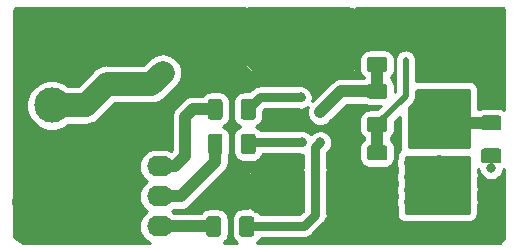
<source format=gbr>
G04 #@! TF.GenerationSoftware,KiCad,Pcbnew,5.1.2-f72e74a~84~ubuntu18.04.1*
G04 #@! TF.CreationDate,2020-01-10T04:29:40+01:00*
G04 #@! TF.ProjectId,BridgeElectrobot,42726964-6765-4456-9c65-6374726f626f,1.0*
G04 #@! TF.SameCoordinates,Original*
G04 #@! TF.FileFunction,Copper,L2,Bot*
G04 #@! TF.FilePolarity,Positive*
%FSLAX46Y46*%
G04 Gerber Fmt 4.6, Leading zero omitted, Abs format (unit mm)*
G04 Created by KiCad (PCBNEW 5.1.2-f72e74a~84~ubuntu18.04.1) date 2020-01-10 04:29:40*
%MOMM*%
%LPD*%
G04 APERTURE LIST*
%ADD10C,1.600000*%
%ADD11C,0.100000*%
%ADD12C,1.250000*%
%ADD13C,1.740000*%
%ADD14O,2.200000X1.740000*%
%ADD15C,3.000000*%
%ADD16R,3.000000X3.000000*%
%ADD17C,6.400000*%
%ADD18C,0.400000*%
%ADD19C,0.800000*%
%ADD20C,2.000000*%
%ADD21C,3.000000*%
%ADD22C,1.000000*%
%ADD23C,0.500000*%
%ADD24C,0.250000*%
%ADD25C,0.750000*%
%ADD26C,0.254000*%
G04 APERTURE END LIST*
D10*
X122936000Y-94051000D03*
X122936000Y-90551000D03*
D11*
G36*
X118886504Y-94372204D02*
G01*
X118910773Y-94375804D01*
X118934571Y-94381765D01*
X118957671Y-94390030D01*
X118979849Y-94400520D01*
X119000893Y-94413133D01*
X119020598Y-94427747D01*
X119038777Y-94444223D01*
X119055253Y-94462402D01*
X119069867Y-94482107D01*
X119082480Y-94503151D01*
X119092970Y-94525329D01*
X119101235Y-94548429D01*
X119107196Y-94572227D01*
X119110796Y-94596496D01*
X119112000Y-94621000D01*
X119112000Y-95371000D01*
X119110796Y-95395504D01*
X119107196Y-95419773D01*
X119101235Y-95443571D01*
X119092970Y-95466671D01*
X119082480Y-95488849D01*
X119069867Y-95509893D01*
X119055253Y-95529598D01*
X119038777Y-95547777D01*
X119020598Y-95564253D01*
X119000893Y-95578867D01*
X118979849Y-95591480D01*
X118957671Y-95601970D01*
X118934571Y-95610235D01*
X118910773Y-95616196D01*
X118886504Y-95619796D01*
X118862000Y-95621000D01*
X117612000Y-95621000D01*
X117587496Y-95619796D01*
X117563227Y-95616196D01*
X117539429Y-95610235D01*
X117516329Y-95601970D01*
X117494151Y-95591480D01*
X117473107Y-95578867D01*
X117453402Y-95564253D01*
X117435223Y-95547777D01*
X117418747Y-95529598D01*
X117404133Y-95509893D01*
X117391520Y-95488849D01*
X117381030Y-95466671D01*
X117372765Y-95443571D01*
X117366804Y-95419773D01*
X117363204Y-95395504D01*
X117362000Y-95371000D01*
X117362000Y-94621000D01*
X117363204Y-94596496D01*
X117366804Y-94572227D01*
X117372765Y-94548429D01*
X117381030Y-94525329D01*
X117391520Y-94503151D01*
X117404133Y-94482107D01*
X117418747Y-94462402D01*
X117435223Y-94444223D01*
X117453402Y-94427747D01*
X117473107Y-94413133D01*
X117494151Y-94400520D01*
X117516329Y-94390030D01*
X117539429Y-94381765D01*
X117563227Y-94375804D01*
X117587496Y-94372204D01*
X117612000Y-94371000D01*
X118862000Y-94371000D01*
X118886504Y-94372204D01*
X118886504Y-94372204D01*
G37*
D12*
X118237000Y-94996000D03*
D11*
G36*
X118886504Y-91572204D02*
G01*
X118910773Y-91575804D01*
X118934571Y-91581765D01*
X118957671Y-91590030D01*
X118979849Y-91600520D01*
X119000893Y-91613133D01*
X119020598Y-91627747D01*
X119038777Y-91644223D01*
X119055253Y-91662402D01*
X119069867Y-91682107D01*
X119082480Y-91703151D01*
X119092970Y-91725329D01*
X119101235Y-91748429D01*
X119107196Y-91772227D01*
X119110796Y-91796496D01*
X119112000Y-91821000D01*
X119112000Y-92571000D01*
X119110796Y-92595504D01*
X119107196Y-92619773D01*
X119101235Y-92643571D01*
X119092970Y-92666671D01*
X119082480Y-92688849D01*
X119069867Y-92709893D01*
X119055253Y-92729598D01*
X119038777Y-92747777D01*
X119020598Y-92764253D01*
X119000893Y-92778867D01*
X118979849Y-92791480D01*
X118957671Y-92801970D01*
X118934571Y-92810235D01*
X118910773Y-92816196D01*
X118886504Y-92819796D01*
X118862000Y-92821000D01*
X117612000Y-92821000D01*
X117587496Y-92819796D01*
X117563227Y-92816196D01*
X117539429Y-92810235D01*
X117516329Y-92801970D01*
X117494151Y-92791480D01*
X117473107Y-92778867D01*
X117453402Y-92764253D01*
X117435223Y-92747777D01*
X117418747Y-92729598D01*
X117404133Y-92709893D01*
X117391520Y-92688849D01*
X117381030Y-92666671D01*
X117372765Y-92643571D01*
X117366804Y-92619773D01*
X117363204Y-92595504D01*
X117362000Y-92571000D01*
X117362000Y-91821000D01*
X117363204Y-91796496D01*
X117366804Y-91772227D01*
X117372765Y-91748429D01*
X117381030Y-91725329D01*
X117391520Y-91703151D01*
X117404133Y-91682107D01*
X117418747Y-91662402D01*
X117435223Y-91644223D01*
X117453402Y-91627747D01*
X117473107Y-91613133D01*
X117494151Y-91600520D01*
X117516329Y-91590030D01*
X117539429Y-91581765D01*
X117563227Y-91575804D01*
X117587496Y-91572204D01*
X117612000Y-91571000D01*
X118862000Y-91571000D01*
X118886504Y-91572204D01*
X118886504Y-91572204D01*
G37*
D12*
X118237000Y-92196000D03*
D11*
G36*
X141746504Y-103014204D02*
G01*
X141770773Y-103017804D01*
X141794571Y-103023765D01*
X141817671Y-103032030D01*
X141839849Y-103042520D01*
X141860893Y-103055133D01*
X141880598Y-103069747D01*
X141898777Y-103086223D01*
X141915253Y-103104402D01*
X141929867Y-103124107D01*
X141942480Y-103145151D01*
X141952970Y-103167329D01*
X141961235Y-103190429D01*
X141967196Y-103214227D01*
X141970796Y-103238496D01*
X141972000Y-103263000D01*
X141972000Y-104013000D01*
X141970796Y-104037504D01*
X141967196Y-104061773D01*
X141961235Y-104085571D01*
X141952970Y-104108671D01*
X141942480Y-104130849D01*
X141929867Y-104151893D01*
X141915253Y-104171598D01*
X141898777Y-104189777D01*
X141880598Y-104206253D01*
X141860893Y-104220867D01*
X141839849Y-104233480D01*
X141817671Y-104243970D01*
X141794571Y-104252235D01*
X141770773Y-104258196D01*
X141746504Y-104261796D01*
X141722000Y-104263000D01*
X140472000Y-104263000D01*
X140447496Y-104261796D01*
X140423227Y-104258196D01*
X140399429Y-104252235D01*
X140376329Y-104243970D01*
X140354151Y-104233480D01*
X140333107Y-104220867D01*
X140313402Y-104206253D01*
X140295223Y-104189777D01*
X140278747Y-104171598D01*
X140264133Y-104151893D01*
X140251520Y-104130849D01*
X140241030Y-104108671D01*
X140232765Y-104085571D01*
X140226804Y-104061773D01*
X140223204Y-104037504D01*
X140222000Y-104013000D01*
X140222000Y-103263000D01*
X140223204Y-103238496D01*
X140226804Y-103214227D01*
X140232765Y-103190429D01*
X140241030Y-103167329D01*
X140251520Y-103145151D01*
X140264133Y-103124107D01*
X140278747Y-103104402D01*
X140295223Y-103086223D01*
X140313402Y-103069747D01*
X140333107Y-103055133D01*
X140354151Y-103042520D01*
X140376329Y-103032030D01*
X140399429Y-103023765D01*
X140423227Y-103017804D01*
X140447496Y-103014204D01*
X140472000Y-103013000D01*
X141722000Y-103013000D01*
X141746504Y-103014204D01*
X141746504Y-103014204D01*
G37*
D12*
X141097000Y-103638000D03*
D11*
G36*
X141746504Y-100214204D02*
G01*
X141770773Y-100217804D01*
X141794571Y-100223765D01*
X141817671Y-100232030D01*
X141839849Y-100242520D01*
X141860893Y-100255133D01*
X141880598Y-100269747D01*
X141898777Y-100286223D01*
X141915253Y-100304402D01*
X141929867Y-100324107D01*
X141942480Y-100345151D01*
X141952970Y-100367329D01*
X141961235Y-100390429D01*
X141967196Y-100414227D01*
X141970796Y-100438496D01*
X141972000Y-100463000D01*
X141972000Y-101213000D01*
X141970796Y-101237504D01*
X141967196Y-101261773D01*
X141961235Y-101285571D01*
X141952970Y-101308671D01*
X141942480Y-101330849D01*
X141929867Y-101351893D01*
X141915253Y-101371598D01*
X141898777Y-101389777D01*
X141880598Y-101406253D01*
X141860893Y-101420867D01*
X141839849Y-101433480D01*
X141817671Y-101443970D01*
X141794571Y-101452235D01*
X141770773Y-101458196D01*
X141746504Y-101461796D01*
X141722000Y-101463000D01*
X140472000Y-101463000D01*
X140447496Y-101461796D01*
X140423227Y-101458196D01*
X140399429Y-101452235D01*
X140376329Y-101443970D01*
X140354151Y-101433480D01*
X140333107Y-101420867D01*
X140313402Y-101406253D01*
X140295223Y-101389777D01*
X140278747Y-101371598D01*
X140264133Y-101351893D01*
X140251520Y-101330849D01*
X140241030Y-101308671D01*
X140232765Y-101285571D01*
X140226804Y-101261773D01*
X140223204Y-101237504D01*
X140222000Y-101213000D01*
X140222000Y-100463000D01*
X140223204Y-100438496D01*
X140226804Y-100414227D01*
X140232765Y-100390429D01*
X140241030Y-100367329D01*
X140251520Y-100345151D01*
X140264133Y-100324107D01*
X140278747Y-100304402D01*
X140295223Y-100286223D01*
X140313402Y-100269747D01*
X140333107Y-100255133D01*
X140354151Y-100242520D01*
X140376329Y-100232030D01*
X140399429Y-100223765D01*
X140423227Y-100217804D01*
X140447496Y-100214204D01*
X140472000Y-100213000D01*
X141722000Y-100213000D01*
X141746504Y-100214204D01*
X141746504Y-100214204D01*
G37*
D12*
X141097000Y-100838000D03*
D11*
G36*
X123556505Y-98572204D02*
G01*
X123580773Y-98575804D01*
X123604572Y-98581765D01*
X123627671Y-98590030D01*
X123649850Y-98600520D01*
X123670893Y-98613132D01*
X123690599Y-98627747D01*
X123708777Y-98644223D01*
X123725253Y-98662401D01*
X123739868Y-98682107D01*
X123752480Y-98703150D01*
X123762970Y-98725329D01*
X123771235Y-98748428D01*
X123777196Y-98772227D01*
X123780796Y-98796495D01*
X123782000Y-98820999D01*
X123782000Y-100061001D01*
X123780796Y-100085505D01*
X123777196Y-100109773D01*
X123771235Y-100133572D01*
X123762970Y-100156671D01*
X123752480Y-100178850D01*
X123739868Y-100199893D01*
X123725253Y-100219599D01*
X123708777Y-100237777D01*
X123690599Y-100254253D01*
X123670893Y-100268868D01*
X123649850Y-100281480D01*
X123627671Y-100291970D01*
X123604572Y-100300235D01*
X123580773Y-100306196D01*
X123556505Y-100309796D01*
X123532001Y-100311000D01*
X121831999Y-100311000D01*
X121807495Y-100309796D01*
X121783227Y-100306196D01*
X121759428Y-100300235D01*
X121736329Y-100291970D01*
X121714150Y-100281480D01*
X121693107Y-100268868D01*
X121673401Y-100254253D01*
X121655223Y-100237777D01*
X121638747Y-100219599D01*
X121624132Y-100199893D01*
X121611520Y-100178850D01*
X121601030Y-100156671D01*
X121592765Y-100133572D01*
X121586804Y-100109773D01*
X121583204Y-100085505D01*
X121582000Y-100061001D01*
X121582000Y-98820999D01*
X121583204Y-98796495D01*
X121586804Y-98772227D01*
X121592765Y-98748428D01*
X121601030Y-98725329D01*
X121611520Y-98703150D01*
X121624132Y-98682107D01*
X121638747Y-98662401D01*
X121655223Y-98644223D01*
X121673401Y-98627747D01*
X121693107Y-98613132D01*
X121714150Y-98600520D01*
X121736329Y-98590030D01*
X121759428Y-98581765D01*
X121783227Y-98575804D01*
X121807495Y-98572204D01*
X121831999Y-98571000D01*
X123532001Y-98571000D01*
X123556505Y-98572204D01*
X123556505Y-98572204D01*
G37*
D13*
X122682000Y-99441000D03*
D14*
X122682000Y-101981000D03*
X122682000Y-104521000D03*
X122682000Y-107061000D03*
D15*
X113538000Y-96821000D03*
D16*
X113538000Y-91821000D03*
D15*
X146177000Y-103298000D03*
D16*
X146177000Y-98298000D03*
D11*
G36*
X127780504Y-96281204D02*
G01*
X127804773Y-96284804D01*
X127828571Y-96290765D01*
X127851671Y-96299030D01*
X127873849Y-96309520D01*
X127894893Y-96322133D01*
X127914598Y-96336747D01*
X127932777Y-96353223D01*
X127949253Y-96371402D01*
X127963867Y-96391107D01*
X127976480Y-96412151D01*
X127986970Y-96434329D01*
X127995235Y-96457429D01*
X128001196Y-96481227D01*
X128004796Y-96505496D01*
X128006000Y-96530000D01*
X128006000Y-97780000D01*
X128004796Y-97804504D01*
X128001196Y-97828773D01*
X127995235Y-97852571D01*
X127986970Y-97875671D01*
X127976480Y-97897849D01*
X127963867Y-97918893D01*
X127949253Y-97938598D01*
X127932777Y-97956777D01*
X127914598Y-97973253D01*
X127894893Y-97987867D01*
X127873849Y-98000480D01*
X127851671Y-98010970D01*
X127828571Y-98019235D01*
X127804773Y-98025196D01*
X127780504Y-98028796D01*
X127756000Y-98030000D01*
X127006000Y-98030000D01*
X126981496Y-98028796D01*
X126957227Y-98025196D01*
X126933429Y-98019235D01*
X126910329Y-98010970D01*
X126888151Y-98000480D01*
X126867107Y-97987867D01*
X126847402Y-97973253D01*
X126829223Y-97956777D01*
X126812747Y-97938598D01*
X126798133Y-97918893D01*
X126785520Y-97897849D01*
X126775030Y-97875671D01*
X126766765Y-97852571D01*
X126760804Y-97828773D01*
X126757204Y-97804504D01*
X126756000Y-97780000D01*
X126756000Y-96530000D01*
X126757204Y-96505496D01*
X126760804Y-96481227D01*
X126766765Y-96457429D01*
X126775030Y-96434329D01*
X126785520Y-96412151D01*
X126798133Y-96391107D01*
X126812747Y-96371402D01*
X126829223Y-96353223D01*
X126847402Y-96336747D01*
X126867107Y-96322133D01*
X126888151Y-96309520D01*
X126910329Y-96299030D01*
X126933429Y-96290765D01*
X126957227Y-96284804D01*
X126981496Y-96281204D01*
X127006000Y-96280000D01*
X127756000Y-96280000D01*
X127780504Y-96281204D01*
X127780504Y-96281204D01*
G37*
D12*
X127381000Y-97155000D03*
D11*
G36*
X130580504Y-96281204D02*
G01*
X130604773Y-96284804D01*
X130628571Y-96290765D01*
X130651671Y-96299030D01*
X130673849Y-96309520D01*
X130694893Y-96322133D01*
X130714598Y-96336747D01*
X130732777Y-96353223D01*
X130749253Y-96371402D01*
X130763867Y-96391107D01*
X130776480Y-96412151D01*
X130786970Y-96434329D01*
X130795235Y-96457429D01*
X130801196Y-96481227D01*
X130804796Y-96505496D01*
X130806000Y-96530000D01*
X130806000Y-97780000D01*
X130804796Y-97804504D01*
X130801196Y-97828773D01*
X130795235Y-97852571D01*
X130786970Y-97875671D01*
X130776480Y-97897849D01*
X130763867Y-97918893D01*
X130749253Y-97938598D01*
X130732777Y-97956777D01*
X130714598Y-97973253D01*
X130694893Y-97987867D01*
X130673849Y-98000480D01*
X130651671Y-98010970D01*
X130628571Y-98019235D01*
X130604773Y-98025196D01*
X130580504Y-98028796D01*
X130556000Y-98030000D01*
X129806000Y-98030000D01*
X129781496Y-98028796D01*
X129757227Y-98025196D01*
X129733429Y-98019235D01*
X129710329Y-98010970D01*
X129688151Y-98000480D01*
X129667107Y-97987867D01*
X129647402Y-97973253D01*
X129629223Y-97956777D01*
X129612747Y-97938598D01*
X129598133Y-97918893D01*
X129585520Y-97897849D01*
X129575030Y-97875671D01*
X129566765Y-97852571D01*
X129560804Y-97828773D01*
X129557204Y-97804504D01*
X129556000Y-97780000D01*
X129556000Y-96530000D01*
X129557204Y-96505496D01*
X129560804Y-96481227D01*
X129566765Y-96457429D01*
X129575030Y-96434329D01*
X129585520Y-96412151D01*
X129598133Y-96391107D01*
X129612747Y-96371402D01*
X129629223Y-96353223D01*
X129647402Y-96336747D01*
X129667107Y-96322133D01*
X129688151Y-96309520D01*
X129710329Y-96299030D01*
X129733429Y-96290765D01*
X129757227Y-96284804D01*
X129781496Y-96281204D01*
X129806000Y-96280000D01*
X130556000Y-96280000D01*
X130580504Y-96281204D01*
X130580504Y-96281204D01*
G37*
D12*
X130181000Y-97155000D03*
D11*
G36*
X130577504Y-99202204D02*
G01*
X130601773Y-99205804D01*
X130625571Y-99211765D01*
X130648671Y-99220030D01*
X130670849Y-99230520D01*
X130691893Y-99243133D01*
X130711598Y-99257747D01*
X130729777Y-99274223D01*
X130746253Y-99292402D01*
X130760867Y-99312107D01*
X130773480Y-99333151D01*
X130783970Y-99355329D01*
X130792235Y-99378429D01*
X130798196Y-99402227D01*
X130801796Y-99426496D01*
X130803000Y-99451000D01*
X130803000Y-100701000D01*
X130801796Y-100725504D01*
X130798196Y-100749773D01*
X130792235Y-100773571D01*
X130783970Y-100796671D01*
X130773480Y-100818849D01*
X130760867Y-100839893D01*
X130746253Y-100859598D01*
X130729777Y-100877777D01*
X130711598Y-100894253D01*
X130691893Y-100908867D01*
X130670849Y-100921480D01*
X130648671Y-100931970D01*
X130625571Y-100940235D01*
X130601773Y-100946196D01*
X130577504Y-100949796D01*
X130553000Y-100951000D01*
X129803000Y-100951000D01*
X129778496Y-100949796D01*
X129754227Y-100946196D01*
X129730429Y-100940235D01*
X129707329Y-100931970D01*
X129685151Y-100921480D01*
X129664107Y-100908867D01*
X129644402Y-100894253D01*
X129626223Y-100877777D01*
X129609747Y-100859598D01*
X129595133Y-100839893D01*
X129582520Y-100818849D01*
X129572030Y-100796671D01*
X129563765Y-100773571D01*
X129557804Y-100749773D01*
X129554204Y-100725504D01*
X129553000Y-100701000D01*
X129553000Y-99451000D01*
X129554204Y-99426496D01*
X129557804Y-99402227D01*
X129563765Y-99378429D01*
X129572030Y-99355329D01*
X129582520Y-99333151D01*
X129595133Y-99312107D01*
X129609747Y-99292402D01*
X129626223Y-99274223D01*
X129644402Y-99257747D01*
X129664107Y-99243133D01*
X129685151Y-99230520D01*
X129707329Y-99220030D01*
X129730429Y-99211765D01*
X129754227Y-99205804D01*
X129778496Y-99202204D01*
X129803000Y-99201000D01*
X130553000Y-99201000D01*
X130577504Y-99202204D01*
X130577504Y-99202204D01*
G37*
D12*
X130178000Y-100076000D03*
D11*
G36*
X127777504Y-99202204D02*
G01*
X127801773Y-99205804D01*
X127825571Y-99211765D01*
X127848671Y-99220030D01*
X127870849Y-99230520D01*
X127891893Y-99243133D01*
X127911598Y-99257747D01*
X127929777Y-99274223D01*
X127946253Y-99292402D01*
X127960867Y-99312107D01*
X127973480Y-99333151D01*
X127983970Y-99355329D01*
X127992235Y-99378429D01*
X127998196Y-99402227D01*
X128001796Y-99426496D01*
X128003000Y-99451000D01*
X128003000Y-100701000D01*
X128001796Y-100725504D01*
X127998196Y-100749773D01*
X127992235Y-100773571D01*
X127983970Y-100796671D01*
X127973480Y-100818849D01*
X127960867Y-100839893D01*
X127946253Y-100859598D01*
X127929777Y-100877777D01*
X127911598Y-100894253D01*
X127891893Y-100908867D01*
X127870849Y-100921480D01*
X127848671Y-100931970D01*
X127825571Y-100940235D01*
X127801773Y-100946196D01*
X127777504Y-100949796D01*
X127753000Y-100951000D01*
X127003000Y-100951000D01*
X126978496Y-100949796D01*
X126954227Y-100946196D01*
X126930429Y-100940235D01*
X126907329Y-100931970D01*
X126885151Y-100921480D01*
X126864107Y-100908867D01*
X126844402Y-100894253D01*
X126826223Y-100877777D01*
X126809747Y-100859598D01*
X126795133Y-100839893D01*
X126782520Y-100818849D01*
X126772030Y-100796671D01*
X126763765Y-100773571D01*
X126757804Y-100749773D01*
X126754204Y-100725504D01*
X126753000Y-100701000D01*
X126753000Y-99451000D01*
X126754204Y-99426496D01*
X126757804Y-99402227D01*
X126763765Y-99378429D01*
X126772030Y-99355329D01*
X126782520Y-99333151D01*
X126795133Y-99312107D01*
X126809747Y-99292402D01*
X126826223Y-99274223D01*
X126844402Y-99257747D01*
X126864107Y-99243133D01*
X126885151Y-99230520D01*
X126907329Y-99220030D01*
X126930429Y-99211765D01*
X126954227Y-99205804D01*
X126978496Y-99202204D01*
X127003000Y-99201000D01*
X127753000Y-99201000D01*
X127777504Y-99202204D01*
X127777504Y-99202204D01*
G37*
D12*
X127378000Y-100076000D03*
D11*
G36*
X127650504Y-106187204D02*
G01*
X127674773Y-106190804D01*
X127698571Y-106196765D01*
X127721671Y-106205030D01*
X127743849Y-106215520D01*
X127764893Y-106228133D01*
X127784598Y-106242747D01*
X127802777Y-106259223D01*
X127819253Y-106277402D01*
X127833867Y-106297107D01*
X127846480Y-106318151D01*
X127856970Y-106340329D01*
X127865235Y-106363429D01*
X127871196Y-106387227D01*
X127874796Y-106411496D01*
X127876000Y-106436000D01*
X127876000Y-107686000D01*
X127874796Y-107710504D01*
X127871196Y-107734773D01*
X127865235Y-107758571D01*
X127856970Y-107781671D01*
X127846480Y-107803849D01*
X127833867Y-107824893D01*
X127819253Y-107844598D01*
X127802777Y-107862777D01*
X127784598Y-107879253D01*
X127764893Y-107893867D01*
X127743849Y-107906480D01*
X127721671Y-107916970D01*
X127698571Y-107925235D01*
X127674773Y-107931196D01*
X127650504Y-107934796D01*
X127626000Y-107936000D01*
X126876000Y-107936000D01*
X126851496Y-107934796D01*
X126827227Y-107931196D01*
X126803429Y-107925235D01*
X126780329Y-107916970D01*
X126758151Y-107906480D01*
X126737107Y-107893867D01*
X126717402Y-107879253D01*
X126699223Y-107862777D01*
X126682747Y-107844598D01*
X126668133Y-107824893D01*
X126655520Y-107803849D01*
X126645030Y-107781671D01*
X126636765Y-107758571D01*
X126630804Y-107734773D01*
X126627204Y-107710504D01*
X126626000Y-107686000D01*
X126626000Y-106436000D01*
X126627204Y-106411496D01*
X126630804Y-106387227D01*
X126636765Y-106363429D01*
X126645030Y-106340329D01*
X126655520Y-106318151D01*
X126668133Y-106297107D01*
X126682747Y-106277402D01*
X126699223Y-106259223D01*
X126717402Y-106242747D01*
X126737107Y-106228133D01*
X126758151Y-106215520D01*
X126780329Y-106205030D01*
X126803429Y-106196765D01*
X126827227Y-106190804D01*
X126851496Y-106187204D01*
X126876000Y-106186000D01*
X127626000Y-106186000D01*
X127650504Y-106187204D01*
X127650504Y-106187204D01*
G37*
D12*
X127251000Y-107061000D03*
D11*
G36*
X130450504Y-106187204D02*
G01*
X130474773Y-106190804D01*
X130498571Y-106196765D01*
X130521671Y-106205030D01*
X130543849Y-106215520D01*
X130564893Y-106228133D01*
X130584598Y-106242747D01*
X130602777Y-106259223D01*
X130619253Y-106277402D01*
X130633867Y-106297107D01*
X130646480Y-106318151D01*
X130656970Y-106340329D01*
X130665235Y-106363429D01*
X130671196Y-106387227D01*
X130674796Y-106411496D01*
X130676000Y-106436000D01*
X130676000Y-107686000D01*
X130674796Y-107710504D01*
X130671196Y-107734773D01*
X130665235Y-107758571D01*
X130656970Y-107781671D01*
X130646480Y-107803849D01*
X130633867Y-107824893D01*
X130619253Y-107844598D01*
X130602777Y-107862777D01*
X130584598Y-107879253D01*
X130564893Y-107893867D01*
X130543849Y-107906480D01*
X130521671Y-107916970D01*
X130498571Y-107925235D01*
X130474773Y-107931196D01*
X130450504Y-107934796D01*
X130426000Y-107936000D01*
X129676000Y-107936000D01*
X129651496Y-107934796D01*
X129627227Y-107931196D01*
X129603429Y-107925235D01*
X129580329Y-107916970D01*
X129558151Y-107906480D01*
X129537107Y-107893867D01*
X129517402Y-107879253D01*
X129499223Y-107862777D01*
X129482747Y-107844598D01*
X129468133Y-107824893D01*
X129455520Y-107803849D01*
X129445030Y-107781671D01*
X129436765Y-107758571D01*
X129430804Y-107734773D01*
X129427204Y-107710504D01*
X129426000Y-107686000D01*
X129426000Y-106436000D01*
X129427204Y-106411496D01*
X129430804Y-106387227D01*
X129436765Y-106363429D01*
X129445030Y-106340329D01*
X129455520Y-106318151D01*
X129468133Y-106297107D01*
X129482747Y-106277402D01*
X129499223Y-106259223D01*
X129517402Y-106242747D01*
X129537107Y-106228133D01*
X129558151Y-106215520D01*
X129580329Y-106205030D01*
X129603429Y-106196765D01*
X129627227Y-106190804D01*
X129651496Y-106187204D01*
X129676000Y-106186000D01*
X130426000Y-106186000D01*
X130450504Y-106187204D01*
X130450504Y-106187204D01*
G37*
D12*
X130051000Y-107061000D03*
D11*
G36*
X141746504Y-89927204D02*
G01*
X141770773Y-89930804D01*
X141794571Y-89936765D01*
X141817671Y-89945030D01*
X141839849Y-89955520D01*
X141860893Y-89968133D01*
X141880598Y-89982747D01*
X141898777Y-89999223D01*
X141915253Y-90017402D01*
X141929867Y-90037107D01*
X141942480Y-90058151D01*
X141952970Y-90080329D01*
X141961235Y-90103429D01*
X141967196Y-90127227D01*
X141970796Y-90151496D01*
X141972000Y-90176000D01*
X141972000Y-90926000D01*
X141970796Y-90950504D01*
X141967196Y-90974773D01*
X141961235Y-90998571D01*
X141952970Y-91021671D01*
X141942480Y-91043849D01*
X141929867Y-91064893D01*
X141915253Y-91084598D01*
X141898777Y-91102777D01*
X141880598Y-91119253D01*
X141860893Y-91133867D01*
X141839849Y-91146480D01*
X141817671Y-91156970D01*
X141794571Y-91165235D01*
X141770773Y-91171196D01*
X141746504Y-91174796D01*
X141722000Y-91176000D01*
X140472000Y-91176000D01*
X140447496Y-91174796D01*
X140423227Y-91171196D01*
X140399429Y-91165235D01*
X140376329Y-91156970D01*
X140354151Y-91146480D01*
X140333107Y-91133867D01*
X140313402Y-91119253D01*
X140295223Y-91102777D01*
X140278747Y-91084598D01*
X140264133Y-91064893D01*
X140251520Y-91043849D01*
X140241030Y-91021671D01*
X140232765Y-90998571D01*
X140226804Y-90974773D01*
X140223204Y-90950504D01*
X140222000Y-90926000D01*
X140222000Y-90176000D01*
X140223204Y-90151496D01*
X140226804Y-90127227D01*
X140232765Y-90103429D01*
X140241030Y-90080329D01*
X140251520Y-90058151D01*
X140264133Y-90037107D01*
X140278747Y-90017402D01*
X140295223Y-89999223D01*
X140313402Y-89982747D01*
X140333107Y-89968133D01*
X140354151Y-89955520D01*
X140376329Y-89945030D01*
X140399429Y-89936765D01*
X140423227Y-89930804D01*
X140447496Y-89927204D01*
X140472000Y-89926000D01*
X141722000Y-89926000D01*
X141746504Y-89927204D01*
X141746504Y-89927204D01*
G37*
D12*
X141097000Y-90551000D03*
D11*
G36*
X141746504Y-92727204D02*
G01*
X141770773Y-92730804D01*
X141794571Y-92736765D01*
X141817671Y-92745030D01*
X141839849Y-92755520D01*
X141860893Y-92768133D01*
X141880598Y-92782747D01*
X141898777Y-92799223D01*
X141915253Y-92817402D01*
X141929867Y-92837107D01*
X141942480Y-92858151D01*
X141952970Y-92880329D01*
X141961235Y-92903429D01*
X141967196Y-92927227D01*
X141970796Y-92951496D01*
X141972000Y-92976000D01*
X141972000Y-93726000D01*
X141970796Y-93750504D01*
X141967196Y-93774773D01*
X141961235Y-93798571D01*
X141952970Y-93821671D01*
X141942480Y-93843849D01*
X141929867Y-93864893D01*
X141915253Y-93884598D01*
X141898777Y-93902777D01*
X141880598Y-93919253D01*
X141860893Y-93933867D01*
X141839849Y-93946480D01*
X141817671Y-93956970D01*
X141794571Y-93965235D01*
X141770773Y-93971196D01*
X141746504Y-93974796D01*
X141722000Y-93976000D01*
X140472000Y-93976000D01*
X140447496Y-93974796D01*
X140423227Y-93971196D01*
X140399429Y-93965235D01*
X140376329Y-93956970D01*
X140354151Y-93946480D01*
X140333107Y-93933867D01*
X140313402Y-93919253D01*
X140295223Y-93902777D01*
X140278747Y-93884598D01*
X140264133Y-93864893D01*
X140251520Y-93843849D01*
X140241030Y-93821671D01*
X140232765Y-93798571D01*
X140226804Y-93774773D01*
X140223204Y-93750504D01*
X140222000Y-93726000D01*
X140222000Y-92976000D01*
X140223204Y-92951496D01*
X140226804Y-92927227D01*
X140232765Y-92903429D01*
X140241030Y-92880329D01*
X140251520Y-92858151D01*
X140264133Y-92837107D01*
X140278747Y-92817402D01*
X140295223Y-92799223D01*
X140313402Y-92782747D01*
X140333107Y-92768133D01*
X140354151Y-92755520D01*
X140376329Y-92745030D01*
X140399429Y-92736765D01*
X140423227Y-92730804D01*
X140447496Y-92727204D01*
X140472000Y-92726000D01*
X141722000Y-92726000D01*
X141746504Y-92727204D01*
X141746504Y-92727204D01*
G37*
D12*
X141097000Y-93351000D03*
D11*
G36*
X141746504Y-97804204D02*
G01*
X141770773Y-97807804D01*
X141794571Y-97813765D01*
X141817671Y-97822030D01*
X141839849Y-97832520D01*
X141860893Y-97845133D01*
X141880598Y-97859747D01*
X141898777Y-97876223D01*
X141915253Y-97894402D01*
X141929867Y-97914107D01*
X141942480Y-97935151D01*
X141952970Y-97957329D01*
X141961235Y-97980429D01*
X141967196Y-98004227D01*
X141970796Y-98028496D01*
X141972000Y-98053000D01*
X141972000Y-98803000D01*
X141970796Y-98827504D01*
X141967196Y-98851773D01*
X141961235Y-98875571D01*
X141952970Y-98898671D01*
X141942480Y-98920849D01*
X141929867Y-98941893D01*
X141915253Y-98961598D01*
X141898777Y-98979777D01*
X141880598Y-98996253D01*
X141860893Y-99010867D01*
X141839849Y-99023480D01*
X141817671Y-99033970D01*
X141794571Y-99042235D01*
X141770773Y-99048196D01*
X141746504Y-99051796D01*
X141722000Y-99053000D01*
X140472000Y-99053000D01*
X140447496Y-99051796D01*
X140423227Y-99048196D01*
X140399429Y-99042235D01*
X140376329Y-99033970D01*
X140354151Y-99023480D01*
X140333107Y-99010867D01*
X140313402Y-98996253D01*
X140295223Y-98979777D01*
X140278747Y-98961598D01*
X140264133Y-98941893D01*
X140251520Y-98920849D01*
X140241030Y-98898671D01*
X140232765Y-98875571D01*
X140226804Y-98851773D01*
X140223204Y-98827504D01*
X140222000Y-98803000D01*
X140222000Y-98053000D01*
X140223204Y-98028496D01*
X140226804Y-98004227D01*
X140232765Y-97980429D01*
X140241030Y-97957329D01*
X140251520Y-97935151D01*
X140264133Y-97914107D01*
X140278747Y-97894402D01*
X140295223Y-97876223D01*
X140313402Y-97859747D01*
X140333107Y-97845133D01*
X140354151Y-97832520D01*
X140376329Y-97822030D01*
X140399429Y-97813765D01*
X140423227Y-97807804D01*
X140447496Y-97804204D01*
X140472000Y-97803000D01*
X141722000Y-97803000D01*
X141746504Y-97804204D01*
X141746504Y-97804204D01*
G37*
D12*
X141097000Y-98428000D03*
D11*
G36*
X141746504Y-95004204D02*
G01*
X141770773Y-95007804D01*
X141794571Y-95013765D01*
X141817671Y-95022030D01*
X141839849Y-95032520D01*
X141860893Y-95045133D01*
X141880598Y-95059747D01*
X141898777Y-95076223D01*
X141915253Y-95094402D01*
X141929867Y-95114107D01*
X141942480Y-95135151D01*
X141952970Y-95157329D01*
X141961235Y-95180429D01*
X141967196Y-95204227D01*
X141970796Y-95228496D01*
X141972000Y-95253000D01*
X141972000Y-96003000D01*
X141970796Y-96027504D01*
X141967196Y-96051773D01*
X141961235Y-96075571D01*
X141952970Y-96098671D01*
X141942480Y-96120849D01*
X141929867Y-96141893D01*
X141915253Y-96161598D01*
X141898777Y-96179777D01*
X141880598Y-96196253D01*
X141860893Y-96210867D01*
X141839849Y-96223480D01*
X141817671Y-96233970D01*
X141794571Y-96242235D01*
X141770773Y-96248196D01*
X141746504Y-96251796D01*
X141722000Y-96253000D01*
X140472000Y-96253000D01*
X140447496Y-96251796D01*
X140423227Y-96248196D01*
X140399429Y-96242235D01*
X140376329Y-96233970D01*
X140354151Y-96223480D01*
X140333107Y-96210867D01*
X140313402Y-96196253D01*
X140295223Y-96179777D01*
X140278747Y-96161598D01*
X140264133Y-96141893D01*
X140251520Y-96120849D01*
X140241030Y-96098671D01*
X140232765Y-96075571D01*
X140226804Y-96051773D01*
X140223204Y-96027504D01*
X140222000Y-96003000D01*
X140222000Y-95253000D01*
X140223204Y-95228496D01*
X140226804Y-95204227D01*
X140232765Y-95180429D01*
X140241030Y-95157329D01*
X140251520Y-95135151D01*
X140264133Y-95114107D01*
X140278747Y-95094402D01*
X140295223Y-95076223D01*
X140313402Y-95059747D01*
X140333107Y-95045133D01*
X140354151Y-95032520D01*
X140376329Y-95022030D01*
X140399429Y-95013765D01*
X140423227Y-95007804D01*
X140447496Y-95004204D01*
X140472000Y-95003000D01*
X141722000Y-95003000D01*
X141746504Y-95004204D01*
X141746504Y-95004204D01*
G37*
D12*
X141097000Y-95628000D03*
D11*
G36*
X151398504Y-100471204D02*
G01*
X151422773Y-100474804D01*
X151446571Y-100480765D01*
X151469671Y-100489030D01*
X151491849Y-100499520D01*
X151512893Y-100512133D01*
X151532598Y-100526747D01*
X151550777Y-100543223D01*
X151567253Y-100561402D01*
X151581867Y-100581107D01*
X151594480Y-100602151D01*
X151604970Y-100624329D01*
X151613235Y-100647429D01*
X151619196Y-100671227D01*
X151622796Y-100695496D01*
X151624000Y-100720000D01*
X151624000Y-101470000D01*
X151622796Y-101494504D01*
X151619196Y-101518773D01*
X151613235Y-101542571D01*
X151604970Y-101565671D01*
X151594480Y-101587849D01*
X151581867Y-101608893D01*
X151567253Y-101628598D01*
X151550777Y-101646777D01*
X151532598Y-101663253D01*
X151512893Y-101677867D01*
X151491849Y-101690480D01*
X151469671Y-101700970D01*
X151446571Y-101709235D01*
X151422773Y-101715196D01*
X151398504Y-101718796D01*
X151374000Y-101720000D01*
X150124000Y-101720000D01*
X150099496Y-101718796D01*
X150075227Y-101715196D01*
X150051429Y-101709235D01*
X150028329Y-101700970D01*
X150006151Y-101690480D01*
X149985107Y-101677867D01*
X149965402Y-101663253D01*
X149947223Y-101646777D01*
X149930747Y-101628598D01*
X149916133Y-101608893D01*
X149903520Y-101587849D01*
X149893030Y-101565671D01*
X149884765Y-101542571D01*
X149878804Y-101518773D01*
X149875204Y-101494504D01*
X149874000Y-101470000D01*
X149874000Y-100720000D01*
X149875204Y-100695496D01*
X149878804Y-100671227D01*
X149884765Y-100647429D01*
X149893030Y-100624329D01*
X149903520Y-100602151D01*
X149916133Y-100581107D01*
X149930747Y-100561402D01*
X149947223Y-100543223D01*
X149965402Y-100526747D01*
X149985107Y-100512133D01*
X150006151Y-100499520D01*
X150028329Y-100489030D01*
X150051429Y-100480765D01*
X150075227Y-100474804D01*
X150099496Y-100471204D01*
X150124000Y-100470000D01*
X151374000Y-100470000D01*
X151398504Y-100471204D01*
X151398504Y-100471204D01*
G37*
D12*
X150749000Y-101095000D03*
D11*
G36*
X151398504Y-97671204D02*
G01*
X151422773Y-97674804D01*
X151446571Y-97680765D01*
X151469671Y-97689030D01*
X151491849Y-97699520D01*
X151512893Y-97712133D01*
X151532598Y-97726747D01*
X151550777Y-97743223D01*
X151567253Y-97761402D01*
X151581867Y-97781107D01*
X151594480Y-97802151D01*
X151604970Y-97824329D01*
X151613235Y-97847429D01*
X151619196Y-97871227D01*
X151622796Y-97895496D01*
X151624000Y-97920000D01*
X151624000Y-98670000D01*
X151622796Y-98694504D01*
X151619196Y-98718773D01*
X151613235Y-98742571D01*
X151604970Y-98765671D01*
X151594480Y-98787849D01*
X151581867Y-98808893D01*
X151567253Y-98828598D01*
X151550777Y-98846777D01*
X151532598Y-98863253D01*
X151512893Y-98877867D01*
X151491849Y-98890480D01*
X151469671Y-98900970D01*
X151446571Y-98909235D01*
X151422773Y-98915196D01*
X151398504Y-98918796D01*
X151374000Y-98920000D01*
X150124000Y-98920000D01*
X150099496Y-98918796D01*
X150075227Y-98915196D01*
X150051429Y-98909235D01*
X150028329Y-98900970D01*
X150006151Y-98890480D01*
X149985107Y-98877867D01*
X149965402Y-98863253D01*
X149947223Y-98846777D01*
X149930747Y-98828598D01*
X149916133Y-98808893D01*
X149903520Y-98787849D01*
X149893030Y-98765671D01*
X149884765Y-98742571D01*
X149878804Y-98718773D01*
X149875204Y-98694504D01*
X149874000Y-98670000D01*
X149874000Y-97920000D01*
X149875204Y-97895496D01*
X149878804Y-97871227D01*
X149884765Y-97847429D01*
X149893030Y-97824329D01*
X149903520Y-97802151D01*
X149916133Y-97781107D01*
X149930747Y-97761402D01*
X149947223Y-97743223D01*
X149965402Y-97726747D01*
X149985107Y-97712133D01*
X150006151Y-97699520D01*
X150028329Y-97689030D01*
X150051429Y-97680765D01*
X150075227Y-97674804D01*
X150099496Y-97671204D01*
X150124000Y-97670000D01*
X151374000Y-97670000D01*
X151398504Y-97671204D01*
X151398504Y-97671204D01*
G37*
D12*
X150749000Y-98295000D03*
D17*
X148463000Y-91694000D03*
X113411000Y-105029000D03*
D18*
X116586000Y-96901000D03*
X116586000Y-95758000D03*
X117602000Y-95250000D03*
X117729000Y-96266000D03*
X115570000Y-96266000D03*
X115570000Y-97409000D03*
X118618000Y-94615000D03*
X119761000Y-94615000D03*
X120904000Y-94615000D03*
X118618000Y-95631000D03*
X119761000Y-95631000D03*
X120904000Y-95504000D03*
X122047000Y-95504000D03*
X130810000Y-90551000D03*
X131810000Y-90551000D03*
X132810000Y-90551000D03*
X133810000Y-90551000D03*
X134810000Y-90551000D03*
X130810000Y-91551000D03*
X131810000Y-91551000D03*
X132810000Y-91551000D03*
X133810000Y-91551000D03*
X134810000Y-91551000D03*
X130810000Y-92551000D03*
X131810000Y-92551000D03*
X132810000Y-92551000D03*
X133810000Y-92551000D03*
X134810000Y-92551000D03*
X130810000Y-93551000D03*
X134810000Y-93551000D03*
X131810000Y-90551000D03*
X132810000Y-90551000D03*
X133810000Y-90551000D03*
X134810000Y-90551000D03*
X135810000Y-90551000D03*
X136810000Y-90551000D03*
X137810000Y-90551000D03*
X130810000Y-91551000D03*
X131810000Y-91551000D03*
X132810000Y-91551000D03*
X133810000Y-91551000D03*
X134810000Y-91551000D03*
X135810000Y-91551000D03*
X136810000Y-91551000D03*
X137810000Y-91551000D03*
X130810000Y-92551000D03*
X131810000Y-92551000D03*
X132810000Y-92551000D03*
X133810000Y-92551000D03*
X134810000Y-92551000D03*
X135810000Y-92551000D03*
X136810000Y-92551000D03*
X137810000Y-92551000D03*
X130810000Y-93551000D03*
X134810000Y-93551000D03*
X135810000Y-93551000D03*
X131810000Y-90551000D03*
X132810000Y-90551000D03*
X133810000Y-90551000D03*
X134810000Y-90551000D03*
X135810000Y-90551000D03*
X136810000Y-90551000D03*
X137810000Y-90551000D03*
X138810000Y-90551000D03*
X130810000Y-91551000D03*
X131810000Y-91551000D03*
X132810000Y-91551000D03*
X133810000Y-91551000D03*
X134810000Y-91551000D03*
X135810000Y-91551000D03*
X136810000Y-91551000D03*
X137810000Y-91551000D03*
X138810000Y-91551000D03*
X130810000Y-92551000D03*
X131810000Y-92551000D03*
X132810000Y-92551000D03*
X133810000Y-92551000D03*
X134810000Y-92551000D03*
X135810000Y-92551000D03*
X136810000Y-92551000D03*
X137810000Y-92551000D03*
X138810000Y-92551000D03*
X130810000Y-93551000D03*
X134810000Y-93551000D03*
X135810000Y-93551000D03*
X130810000Y-102743000D03*
X134810000Y-102743000D03*
X139810000Y-102743000D03*
X140810000Y-102743000D03*
X130810000Y-103743000D03*
X131810000Y-103743000D03*
X132810000Y-103743000D03*
X133810000Y-103743000D03*
X134810000Y-103743000D03*
X137810000Y-103743000D03*
X138810000Y-103743000D03*
X139810000Y-103743000D03*
X140810000Y-103743000D03*
X130810000Y-104743000D03*
X131810000Y-104743000D03*
X132810000Y-104743000D03*
X133810000Y-104743000D03*
X134810000Y-104743000D03*
X137810000Y-104743000D03*
X138810000Y-104743000D03*
X139810000Y-104743000D03*
X140810000Y-104743000D03*
X130810000Y-105743000D03*
X131810000Y-105743000D03*
X132810000Y-105743000D03*
X133810000Y-105743000D03*
X134810000Y-105743000D03*
X137810000Y-105743000D03*
X138810000Y-105743000D03*
X139810000Y-105743000D03*
X140810000Y-105743000D03*
X143510000Y-92964000D03*
D19*
X150749000Y-102108000D03*
D18*
X144780000Y-101346000D03*
X147788000Y-101687000D03*
X148844000Y-101727000D03*
X148844000Y-102743000D03*
X148844000Y-103886000D03*
X148844000Y-105029000D03*
X147955000Y-105029000D03*
X144653000Y-105029000D03*
X143510000Y-105029000D03*
X143510000Y-104013000D03*
X143510000Y-102870000D03*
X143510000Y-101727000D03*
X144145000Y-102362000D03*
X144018000Y-103505000D03*
X144018000Y-104521000D03*
X146177000Y-105410000D03*
X145288000Y-105664000D03*
X147320000Y-105664000D03*
X148336000Y-104394000D03*
X148209000Y-103251000D03*
X148082000Y-102362000D03*
X146304000Y-101219000D03*
X144018000Y-97282000D03*
X148018000Y-97282000D03*
X144018000Y-98282000D03*
X148018000Y-98282000D03*
X144018000Y-99282000D03*
X145018000Y-100282000D03*
X146018000Y-100282000D03*
X147018000Y-100282000D03*
X145034000Y-96393000D03*
X146050000Y-96393000D03*
X147066000Y-96393000D03*
X148717000Y-96901000D03*
X145034000Y-95631000D03*
X146050000Y-95631000D03*
X147066000Y-95631000D03*
X148336000Y-95631000D03*
X148082000Y-96393000D03*
D19*
X134620000Y-96139000D03*
X134747000Y-99949000D03*
X136271000Y-99949000D03*
X136271000Y-97409000D03*
D20*
X121991000Y-94996000D02*
X118237000Y-94996000D01*
X122936000Y-94051000D02*
X121991000Y-94996000D01*
X116412000Y-96821000D02*
X116412000Y-96821000D01*
X113538000Y-96821000D02*
X116412000Y-96821000D01*
X116412000Y-96821000D02*
X118237000Y-94996000D01*
X113913000Y-92196000D02*
X113538000Y-91821000D01*
X118237000Y-92196000D02*
X113913000Y-92196000D01*
D21*
X114808000Y-90551000D02*
X113538000Y-91821000D01*
X122936000Y-90551000D02*
X114808000Y-90551000D01*
D20*
X138810000Y-90551000D02*
X141097000Y-90551000D01*
D22*
X141097000Y-98428000D02*
X141097000Y-100838000D01*
D23*
X143510000Y-96015000D02*
X143510000Y-93980000D01*
X141097000Y-98428000D02*
X143510000Y-96015000D01*
X143510000Y-93980000D02*
X143510000Y-92964000D01*
X143510000Y-92964000D02*
X143510000Y-92964000D01*
D24*
X150749000Y-101095000D02*
X150749000Y-102108000D01*
D22*
X122682000Y-101981000D02*
X123952000Y-101981000D01*
X123952000Y-101981000D02*
X124841000Y-101092000D01*
X124841000Y-101092000D02*
X124841000Y-97790000D01*
X125476000Y-97155000D02*
X127381000Y-97155000D01*
X124841000Y-97790000D02*
X125476000Y-97155000D01*
X127378000Y-101603000D02*
X127378000Y-100076000D01*
X122682000Y-104521000D02*
X124460000Y-104521000D01*
X124460000Y-104521000D02*
X127378000Y-101603000D01*
X122682000Y-107061000D02*
X127251000Y-107061000D01*
X150746000Y-98298000D02*
X150749000Y-98295000D01*
X148717000Y-98298000D02*
X150746000Y-98298000D01*
D24*
X148717000Y-98298000D02*
X146177000Y-98298000D01*
D25*
X131197000Y-96139000D02*
X130181000Y-97155000D01*
X134620000Y-96139000D02*
X131197000Y-96139000D01*
X130305000Y-99949000D02*
X130178000Y-100076000D01*
X134747000Y-99949000D02*
X130305000Y-99949000D01*
X135871001Y-100348999D02*
X135871001Y-106063999D01*
X136271000Y-99949000D02*
X135871001Y-100348999D01*
X135871001Y-106063999D02*
X134874000Y-107061000D01*
X134874000Y-107061000D02*
X130051000Y-107061000D01*
D22*
X141097000Y-93351000D02*
X141097000Y-95628000D01*
X138052000Y-95628000D02*
X141097000Y-95628000D01*
X136271000Y-97409000D02*
X138052000Y-95628000D01*
D26*
G36*
X139065000Y-88631113D02*
G01*
X139065000Y-93726000D01*
X130576713Y-93726000D01*
X130153380Y-93408500D01*
X130153380Y-90805580D01*
X130173643Y-88544000D01*
X138368096Y-88544000D01*
X139065000Y-88631113D01*
X139065000Y-88631113D01*
G37*
X139065000Y-88631113D02*
X139065000Y-93726000D01*
X130576713Y-93726000D01*
X130153380Y-93408500D01*
X130153380Y-90805580D01*
X130173643Y-88544000D01*
X138368096Y-88544000D01*
X139065000Y-88631113D01*
G36*
X148844000Y-105918000D02*
G01*
X143510000Y-105918000D01*
X143510000Y-101219000D01*
X148844000Y-101219000D01*
X148844000Y-105918000D01*
X148844000Y-105918000D01*
G37*
X148844000Y-105918000D02*
X143510000Y-105918000D01*
X143510000Y-101219000D01*
X148844000Y-101219000D01*
X148844000Y-105918000D01*
G36*
X148085285Y-95529000D02*
G01*
X148840715Y-95529000D01*
X148844000Y-95528347D01*
X148844000Y-100330000D01*
X143764000Y-100330000D01*
X143764000Y-97055894D01*
X143801127Y-96975452D01*
X144105050Y-96671529D01*
X144138817Y-96643817D01*
X144249411Y-96509059D01*
X144331589Y-96355313D01*
X144382195Y-96188490D01*
X144395000Y-96058477D01*
X144395000Y-96058467D01*
X144399281Y-96015001D01*
X144395000Y-95971535D01*
X144395000Y-95688728D01*
X144480259Y-95504000D01*
X147959602Y-95504000D01*
X148085285Y-95529000D01*
X148085285Y-95529000D01*
G37*
X148085285Y-95529000D02*
X148840715Y-95529000D01*
X148844000Y-95528347D01*
X148844000Y-100330000D01*
X143764000Y-100330000D01*
X143764000Y-97055894D01*
X143801127Y-96975452D01*
X144105050Y-96671529D01*
X144138817Y-96643817D01*
X144249411Y-96509059D01*
X144331589Y-96355313D01*
X144382195Y-96188490D01*
X144395000Y-96058477D01*
X144395000Y-96058467D01*
X144399281Y-96015001D01*
X144395000Y-95971535D01*
X144395000Y-95688728D01*
X144480259Y-95504000D01*
X147959602Y-95504000D01*
X148085285Y-95529000D01*
G36*
X141605000Y-102839529D02*
G01*
X141605000Y-105335903D01*
X140255115Y-106098946D01*
X138515317Y-105974675D01*
X138504884Y-105974360D01*
X136881001Y-105992073D01*
X136881001Y-102362000D01*
X139885959Y-102362000D01*
X141605000Y-102839529D01*
X141605000Y-102839529D01*
G37*
X141605000Y-102839529D02*
X141605000Y-105335903D01*
X140255115Y-106098946D01*
X138515317Y-105974675D01*
X138504884Y-105974360D01*
X136881001Y-105992073D01*
X136881001Y-102362000D01*
X139885959Y-102362000D01*
X141605000Y-102839529D01*
G36*
X134861002Y-105645643D02*
G01*
X134488476Y-106018169D01*
X132028617Y-106045000D01*
X131219132Y-106045000D01*
X131164405Y-105942614D01*
X131053962Y-105808038D01*
X130919386Y-105697595D01*
X130765850Y-105615528D01*
X130599254Y-105564992D01*
X130426000Y-105547928D01*
X130378269Y-105547928D01*
X130378269Y-102668606D01*
X130684875Y-102362000D01*
X134861001Y-102362000D01*
X134861002Y-105645643D01*
X134861002Y-105645643D01*
G37*
X134861002Y-105645643D02*
X134488476Y-106018169D01*
X132028617Y-106045000D01*
X131219132Y-106045000D01*
X131164405Y-105942614D01*
X131053962Y-105808038D01*
X130919386Y-105697595D01*
X130765850Y-105615528D01*
X130599254Y-105564992D01*
X130426000Y-105547928D01*
X130378269Y-105547928D01*
X130378269Y-102668606D01*
X130684875Y-102362000D01*
X134861001Y-102362000D01*
X134861002Y-105645643D01*
G36*
X140132150Y-96823472D02*
G01*
X140298746Y-96874008D01*
X140472000Y-96891072D01*
X141382350Y-96891072D01*
X141108494Y-97164928D01*
X140472000Y-97164928D01*
X140298746Y-97181992D01*
X140132150Y-97232528D01*
X139978614Y-97314595D01*
X139844038Y-97425038D01*
X139733595Y-97559614D01*
X139651528Y-97713150D01*
X139600992Y-97879746D01*
X139583928Y-98053000D01*
X139583928Y-98803000D01*
X139600992Y-98976254D01*
X139651528Y-99142850D01*
X139733595Y-99296386D01*
X139844038Y-99430962D01*
X139962000Y-99527771D01*
X139962001Y-99738229D01*
X139844038Y-99835038D01*
X139733595Y-99969614D01*
X139651528Y-100123150D01*
X139600992Y-100289746D01*
X139583928Y-100463000D01*
X139583928Y-101213000D01*
X139600992Y-101386254D01*
X139651528Y-101552850D01*
X139733595Y-101706386D01*
X139844038Y-101840962D01*
X139978614Y-101951405D01*
X140132150Y-102033472D01*
X140298746Y-102084008D01*
X140472000Y-102101072D01*
X141722000Y-102101072D01*
X141895254Y-102084008D01*
X142061850Y-102033472D01*
X142215386Y-101951405D01*
X142349962Y-101840962D01*
X142460405Y-101706386D01*
X142542472Y-101552850D01*
X142593008Y-101386254D01*
X142610072Y-101213000D01*
X142610072Y-100463000D01*
X142593008Y-100289746D01*
X142542472Y-100123150D01*
X142460405Y-99969614D01*
X142349962Y-99835038D01*
X142232000Y-99738230D01*
X142232000Y-99527770D01*
X142349962Y-99430962D01*
X142460405Y-99296386D01*
X142542472Y-99142850D01*
X142593008Y-98976254D01*
X142610072Y-98803000D01*
X142610072Y-98166506D01*
X143002000Y-97774579D01*
X143002000Y-100457000D01*
X143013862Y-100577436D01*
X142933987Y-100642987D01*
X142855017Y-100739213D01*
X142796336Y-100848996D01*
X142760201Y-100968118D01*
X142748000Y-101092000D01*
X142748000Y-101384672D01*
X142707089Y-101483440D01*
X142675000Y-101644760D01*
X142675000Y-101809240D01*
X142707089Y-101970560D01*
X142748000Y-102069328D01*
X142748000Y-102527672D01*
X142707089Y-102626440D01*
X142675000Y-102787760D01*
X142675000Y-102952240D01*
X142707089Y-103113560D01*
X142748000Y-103212328D01*
X142748000Y-103670672D01*
X142707089Y-103769440D01*
X142675000Y-103930760D01*
X142675000Y-104095240D01*
X142707089Y-104256560D01*
X142748000Y-104355328D01*
X142748000Y-104686672D01*
X142707089Y-104785440D01*
X142675000Y-104946760D01*
X142675000Y-105111240D01*
X142707089Y-105272560D01*
X142748000Y-105371328D01*
X142748000Y-106045000D01*
X142760201Y-106168882D01*
X142796336Y-106288004D01*
X142855017Y-106397787D01*
X142933987Y-106494013D01*
X143030213Y-106572983D01*
X143139996Y-106631664D01*
X143259118Y-106667799D01*
X143383000Y-106680000D01*
X148971000Y-106680000D01*
X149094882Y-106667799D01*
X149214004Y-106631664D01*
X149323787Y-106572983D01*
X149420013Y-106494013D01*
X149498983Y-106397787D01*
X149557664Y-106288004D01*
X149593799Y-106168882D01*
X149606000Y-106045000D01*
X149606000Y-105371328D01*
X149646911Y-105272560D01*
X149679000Y-105111240D01*
X149679000Y-104946760D01*
X149646911Y-104785440D01*
X149606000Y-104686672D01*
X149606000Y-104228328D01*
X149646911Y-104129560D01*
X149679000Y-103968240D01*
X149679000Y-103803760D01*
X149646911Y-103642440D01*
X149606000Y-103543672D01*
X149606000Y-103085328D01*
X149646911Y-102986560D01*
X149679000Y-102825240D01*
X149679000Y-102660760D01*
X149646911Y-102499440D01*
X149606000Y-102400672D01*
X149606000Y-102188205D01*
X149630614Y-102208405D01*
X149723579Y-102258096D01*
X149753774Y-102409898D01*
X149831795Y-102598256D01*
X149945063Y-102767774D01*
X150089226Y-102911937D01*
X150258744Y-103025205D01*
X150447102Y-103103226D01*
X150647061Y-103143000D01*
X150850939Y-103143000D01*
X151050898Y-103103226D01*
X151239256Y-103025205D01*
X151408774Y-102911937D01*
X151552937Y-102767774D01*
X151666205Y-102598256D01*
X151744226Y-102409898D01*
X151774421Y-102258096D01*
X151867001Y-102208611D01*
X151867001Y-108057618D01*
X151491620Y-108433000D01*
X130903306Y-108433000D01*
X130919386Y-108424405D01*
X131053962Y-108313962D01*
X131164405Y-108179386D01*
X131222339Y-108071000D01*
X134824392Y-108071000D01*
X134874000Y-108075886D01*
X135071994Y-108056385D01*
X135172654Y-108025850D01*
X135262380Y-107998632D01*
X135437840Y-107904847D01*
X135591633Y-107778633D01*
X135623261Y-107740094D01*
X136550095Y-106813260D01*
X136588634Y-106781632D01*
X136714848Y-106627839D01*
X136808633Y-106452379D01*
X136866386Y-106261993D01*
X136867939Y-106246229D01*
X138502429Y-106228401D01*
X140275221Y-106355029D01*
X140299698Y-106354411D01*
X140323994Y-106348979D01*
X140346764Y-106338911D01*
X141794495Y-105520559D01*
X141821803Y-105499803D01*
X141837597Y-105480557D01*
X141849333Y-105458601D01*
X141856560Y-105434776D01*
X141859000Y-105410000D01*
X141859000Y-102743000D01*
X141858060Y-102727577D01*
X141852629Y-102703280D01*
X141842562Y-102680510D01*
X141828246Y-102660141D01*
X141810232Y-102642956D01*
X141789211Y-102629616D01*
X141765992Y-102620634D01*
X139937261Y-102112634D01*
X139903269Y-102108000D01*
X136881001Y-102108000D01*
X136881001Y-100786194D01*
X136930774Y-100752937D01*
X137074937Y-100608774D01*
X137188205Y-100439256D01*
X137266226Y-100250898D01*
X137306000Y-100050939D01*
X137306000Y-99847061D01*
X137266226Y-99647102D01*
X137188205Y-99458744D01*
X137074937Y-99289226D01*
X136930774Y-99145063D01*
X136761256Y-99031795D01*
X136572898Y-98953774D01*
X136372939Y-98914000D01*
X136169061Y-98914000D01*
X135969102Y-98953774D01*
X135780744Y-99031795D01*
X135611226Y-99145063D01*
X135509000Y-99247289D01*
X135406774Y-99145063D01*
X135237256Y-99031795D01*
X135048898Y-98953774D01*
X134848939Y-98914000D01*
X134645061Y-98914000D01*
X134519377Y-98939000D01*
X131276129Y-98939000D01*
X131180962Y-98823038D01*
X131046386Y-98712595D01*
X130892850Y-98630528D01*
X130844809Y-98615955D01*
X130895850Y-98600472D01*
X131049386Y-98518405D01*
X131183962Y-98407962D01*
X131294405Y-98273386D01*
X131376472Y-98119850D01*
X131427008Y-97953254D01*
X131444072Y-97780000D01*
X131444072Y-97320284D01*
X131615356Y-97149000D01*
X134392377Y-97149000D01*
X134518061Y-97174000D01*
X134721939Y-97174000D01*
X134921898Y-97134226D01*
X135110256Y-97056205D01*
X135212716Y-96987743D01*
X135152423Y-97186502D01*
X135130509Y-97409000D01*
X135152423Y-97631498D01*
X135217324Y-97845446D01*
X135322717Y-98042622D01*
X135464552Y-98215448D01*
X135637378Y-98357283D01*
X135834554Y-98462676D01*
X136048502Y-98527577D01*
X136271000Y-98549491D01*
X136493498Y-98527577D01*
X136707446Y-98462676D01*
X136904622Y-98357283D01*
X137034143Y-98250988D01*
X138522132Y-96763000D01*
X140019015Y-96763000D01*
X140132150Y-96823472D01*
X140132150Y-96823472D01*
G37*
X140132150Y-96823472D02*
X140298746Y-96874008D01*
X140472000Y-96891072D01*
X141382350Y-96891072D01*
X141108494Y-97164928D01*
X140472000Y-97164928D01*
X140298746Y-97181992D01*
X140132150Y-97232528D01*
X139978614Y-97314595D01*
X139844038Y-97425038D01*
X139733595Y-97559614D01*
X139651528Y-97713150D01*
X139600992Y-97879746D01*
X139583928Y-98053000D01*
X139583928Y-98803000D01*
X139600992Y-98976254D01*
X139651528Y-99142850D01*
X139733595Y-99296386D01*
X139844038Y-99430962D01*
X139962000Y-99527771D01*
X139962001Y-99738229D01*
X139844038Y-99835038D01*
X139733595Y-99969614D01*
X139651528Y-100123150D01*
X139600992Y-100289746D01*
X139583928Y-100463000D01*
X139583928Y-101213000D01*
X139600992Y-101386254D01*
X139651528Y-101552850D01*
X139733595Y-101706386D01*
X139844038Y-101840962D01*
X139978614Y-101951405D01*
X140132150Y-102033472D01*
X140298746Y-102084008D01*
X140472000Y-102101072D01*
X141722000Y-102101072D01*
X141895254Y-102084008D01*
X142061850Y-102033472D01*
X142215386Y-101951405D01*
X142349962Y-101840962D01*
X142460405Y-101706386D01*
X142542472Y-101552850D01*
X142593008Y-101386254D01*
X142610072Y-101213000D01*
X142610072Y-100463000D01*
X142593008Y-100289746D01*
X142542472Y-100123150D01*
X142460405Y-99969614D01*
X142349962Y-99835038D01*
X142232000Y-99738230D01*
X142232000Y-99527770D01*
X142349962Y-99430962D01*
X142460405Y-99296386D01*
X142542472Y-99142850D01*
X142593008Y-98976254D01*
X142610072Y-98803000D01*
X142610072Y-98166506D01*
X143002000Y-97774579D01*
X143002000Y-100457000D01*
X143013862Y-100577436D01*
X142933987Y-100642987D01*
X142855017Y-100739213D01*
X142796336Y-100848996D01*
X142760201Y-100968118D01*
X142748000Y-101092000D01*
X142748000Y-101384672D01*
X142707089Y-101483440D01*
X142675000Y-101644760D01*
X142675000Y-101809240D01*
X142707089Y-101970560D01*
X142748000Y-102069328D01*
X142748000Y-102527672D01*
X142707089Y-102626440D01*
X142675000Y-102787760D01*
X142675000Y-102952240D01*
X142707089Y-103113560D01*
X142748000Y-103212328D01*
X142748000Y-103670672D01*
X142707089Y-103769440D01*
X142675000Y-103930760D01*
X142675000Y-104095240D01*
X142707089Y-104256560D01*
X142748000Y-104355328D01*
X142748000Y-104686672D01*
X142707089Y-104785440D01*
X142675000Y-104946760D01*
X142675000Y-105111240D01*
X142707089Y-105272560D01*
X142748000Y-105371328D01*
X142748000Y-106045000D01*
X142760201Y-106168882D01*
X142796336Y-106288004D01*
X142855017Y-106397787D01*
X142933987Y-106494013D01*
X143030213Y-106572983D01*
X143139996Y-106631664D01*
X143259118Y-106667799D01*
X143383000Y-106680000D01*
X148971000Y-106680000D01*
X149094882Y-106667799D01*
X149214004Y-106631664D01*
X149323787Y-106572983D01*
X149420013Y-106494013D01*
X149498983Y-106397787D01*
X149557664Y-106288004D01*
X149593799Y-106168882D01*
X149606000Y-106045000D01*
X149606000Y-105371328D01*
X149646911Y-105272560D01*
X149679000Y-105111240D01*
X149679000Y-104946760D01*
X149646911Y-104785440D01*
X149606000Y-104686672D01*
X149606000Y-104228328D01*
X149646911Y-104129560D01*
X149679000Y-103968240D01*
X149679000Y-103803760D01*
X149646911Y-103642440D01*
X149606000Y-103543672D01*
X149606000Y-103085328D01*
X149646911Y-102986560D01*
X149679000Y-102825240D01*
X149679000Y-102660760D01*
X149646911Y-102499440D01*
X149606000Y-102400672D01*
X149606000Y-102188205D01*
X149630614Y-102208405D01*
X149723579Y-102258096D01*
X149753774Y-102409898D01*
X149831795Y-102598256D01*
X149945063Y-102767774D01*
X150089226Y-102911937D01*
X150258744Y-103025205D01*
X150447102Y-103103226D01*
X150647061Y-103143000D01*
X150850939Y-103143000D01*
X151050898Y-103103226D01*
X151239256Y-103025205D01*
X151408774Y-102911937D01*
X151552937Y-102767774D01*
X151666205Y-102598256D01*
X151744226Y-102409898D01*
X151774421Y-102258096D01*
X151867001Y-102208611D01*
X151867001Y-108057618D01*
X151491620Y-108433000D01*
X130903306Y-108433000D01*
X130919386Y-108424405D01*
X131053962Y-108313962D01*
X131164405Y-108179386D01*
X131222339Y-108071000D01*
X134824392Y-108071000D01*
X134874000Y-108075886D01*
X135071994Y-108056385D01*
X135172654Y-108025850D01*
X135262380Y-107998632D01*
X135437840Y-107904847D01*
X135591633Y-107778633D01*
X135623261Y-107740094D01*
X136550095Y-106813260D01*
X136588634Y-106781632D01*
X136714848Y-106627839D01*
X136808633Y-106452379D01*
X136866386Y-106261993D01*
X136867939Y-106246229D01*
X138502429Y-106228401D01*
X140275221Y-106355029D01*
X140299698Y-106354411D01*
X140323994Y-106348979D01*
X140346764Y-106338911D01*
X141794495Y-105520559D01*
X141821803Y-105499803D01*
X141837597Y-105480557D01*
X141849333Y-105458601D01*
X141856560Y-105434776D01*
X141859000Y-105410000D01*
X141859000Y-102743000D01*
X141858060Y-102727577D01*
X141852629Y-102703280D01*
X141842562Y-102680510D01*
X141828246Y-102660141D01*
X141810232Y-102642956D01*
X141789211Y-102629616D01*
X141765992Y-102620634D01*
X139937261Y-102112634D01*
X139903269Y-102108000D01*
X136881001Y-102108000D01*
X136881001Y-100786194D01*
X136930774Y-100752937D01*
X137074937Y-100608774D01*
X137188205Y-100439256D01*
X137266226Y-100250898D01*
X137306000Y-100050939D01*
X137306000Y-99847061D01*
X137266226Y-99647102D01*
X137188205Y-99458744D01*
X137074937Y-99289226D01*
X136930774Y-99145063D01*
X136761256Y-99031795D01*
X136572898Y-98953774D01*
X136372939Y-98914000D01*
X136169061Y-98914000D01*
X135969102Y-98953774D01*
X135780744Y-99031795D01*
X135611226Y-99145063D01*
X135509000Y-99247289D01*
X135406774Y-99145063D01*
X135237256Y-99031795D01*
X135048898Y-98953774D01*
X134848939Y-98914000D01*
X134645061Y-98914000D01*
X134519377Y-98939000D01*
X131276129Y-98939000D01*
X131180962Y-98823038D01*
X131046386Y-98712595D01*
X130892850Y-98630528D01*
X130844809Y-98615955D01*
X130895850Y-98600472D01*
X131049386Y-98518405D01*
X131183962Y-98407962D01*
X131294405Y-98273386D01*
X131376472Y-98119850D01*
X131427008Y-97953254D01*
X131444072Y-97780000D01*
X131444072Y-97320284D01*
X131615356Y-97149000D01*
X134392377Y-97149000D01*
X134518061Y-97174000D01*
X134721939Y-97174000D01*
X134921898Y-97134226D01*
X135110256Y-97056205D01*
X135212716Y-96987743D01*
X135152423Y-97186502D01*
X135130509Y-97409000D01*
X135152423Y-97631498D01*
X135217324Y-97845446D01*
X135322717Y-98042622D01*
X135464552Y-98215448D01*
X135637378Y-98357283D01*
X135834554Y-98462676D01*
X136048502Y-98527577D01*
X136271000Y-98549491D01*
X136493498Y-98527577D01*
X136707446Y-98462676D01*
X136904622Y-98357283D01*
X137034143Y-98250988D01*
X138522132Y-96763000D01*
X140019015Y-96763000D01*
X140132150Y-96823472D01*
G36*
X129899385Y-90803862D02*
G01*
X129899380Y-90805000D01*
X129899380Y-93472000D01*
X129900656Y-93489961D01*
X129906576Y-93514143D01*
X129917100Y-93536706D01*
X129931823Y-93556782D01*
X129950180Y-93573600D01*
X130458180Y-93954600D01*
X130485779Y-93970333D01*
X130509604Y-93977560D01*
X130534380Y-93980000D01*
X139192000Y-93980000D01*
X139216776Y-93977560D01*
X139240601Y-93970333D01*
X139262557Y-93958597D01*
X139281803Y-93942803D01*
X139297597Y-93923557D01*
X139309333Y-93901601D01*
X139316560Y-93877776D01*
X139319000Y-93853000D01*
X139319000Y-88544000D01*
X148910343Y-88544000D01*
X151790396Y-88574135D01*
X151867000Y-88701808D01*
X151867000Y-97181389D01*
X151713850Y-97099528D01*
X151547254Y-97048992D01*
X151374000Y-97031928D01*
X150124000Y-97031928D01*
X149950746Y-97048992D01*
X149784150Y-97099528D01*
X149665403Y-97163000D01*
X149606000Y-97163000D01*
X149606000Y-95377000D01*
X149593799Y-95253118D01*
X149557664Y-95133996D01*
X149498983Y-95024213D01*
X149420013Y-94927987D01*
X149323787Y-94849017D01*
X149214004Y-94790336D01*
X149094882Y-94754201D01*
X148971000Y-94742000D01*
X144399000Y-94742000D01*
X144395000Y-94742314D01*
X144395000Y-93007477D01*
X144399282Y-92964000D01*
X144382195Y-92790510D01*
X144331589Y-92623687D01*
X144249411Y-92469941D01*
X144138817Y-92335183D01*
X144004059Y-92224589D01*
X143850313Y-92142411D01*
X143683490Y-92091805D01*
X143553477Y-92079000D01*
X143510000Y-92074718D01*
X143466524Y-92079000D01*
X143466523Y-92079000D01*
X143336510Y-92091805D01*
X143169687Y-92142411D01*
X143015941Y-92224589D01*
X142881183Y-92335183D01*
X142770589Y-92469941D01*
X142688411Y-92623687D01*
X142637805Y-92790510D01*
X142620718Y-92964000D01*
X142625001Y-93007486D01*
X142625000Y-94023476D01*
X142625001Y-94023486D01*
X142625000Y-95648421D01*
X142610072Y-95663349D01*
X142610072Y-95253000D01*
X142593008Y-95079746D01*
X142542472Y-94913150D01*
X142460405Y-94759614D01*
X142349962Y-94625038D01*
X142232000Y-94528230D01*
X142232000Y-94450770D01*
X142349962Y-94353962D01*
X142460405Y-94219386D01*
X142542472Y-94065850D01*
X142593008Y-93899254D01*
X142610072Y-93726000D01*
X142610072Y-92976000D01*
X142593008Y-92802746D01*
X142542472Y-92636150D01*
X142460405Y-92482614D01*
X142349962Y-92348038D01*
X142215386Y-92237595D01*
X142061850Y-92155528D01*
X141895254Y-92104992D01*
X141722000Y-92087928D01*
X140472000Y-92087928D01*
X140298746Y-92104992D01*
X140132150Y-92155528D01*
X139978614Y-92237595D01*
X139844038Y-92348038D01*
X139733595Y-92482614D01*
X139651528Y-92636150D01*
X139600992Y-92802746D01*
X139583928Y-92976000D01*
X139583928Y-93726000D01*
X139600992Y-93899254D01*
X139651528Y-94065850D01*
X139733595Y-94219386D01*
X139844038Y-94353962D01*
X139962000Y-94450771D01*
X139962001Y-94493000D01*
X138107741Y-94493000D01*
X138051999Y-94487510D01*
X137996257Y-94493000D01*
X137996248Y-94493000D01*
X137829501Y-94509423D01*
X137615553Y-94574324D01*
X137418377Y-94679716D01*
X137245551Y-94821551D01*
X137210009Y-94864860D01*
X135601971Y-96472898D01*
X135615226Y-96440898D01*
X135655000Y-96240939D01*
X135655000Y-96037061D01*
X135615226Y-95837102D01*
X135537205Y-95648744D01*
X135423937Y-95479226D01*
X135279774Y-95335063D01*
X135110256Y-95221795D01*
X134921898Y-95143774D01*
X134721939Y-95104000D01*
X134518061Y-95104000D01*
X134392377Y-95129000D01*
X131246608Y-95129000D01*
X131197000Y-95124114D01*
X130999005Y-95143615D01*
X130859281Y-95186000D01*
X130808620Y-95201368D01*
X130633160Y-95295153D01*
X130479367Y-95421367D01*
X130447743Y-95459901D01*
X130265716Y-95641928D01*
X129806000Y-95641928D01*
X129632746Y-95658992D01*
X129466150Y-95709528D01*
X129312614Y-95791595D01*
X129178038Y-95902038D01*
X129067595Y-96036614D01*
X128985528Y-96190150D01*
X128934992Y-96356746D01*
X128917928Y-96530000D01*
X128917928Y-97780000D01*
X128934992Y-97953254D01*
X128985528Y-98119850D01*
X129067595Y-98273386D01*
X129178038Y-98407962D01*
X129312614Y-98518405D01*
X129466150Y-98600472D01*
X129514191Y-98615045D01*
X129463150Y-98630528D01*
X129309614Y-98712595D01*
X129175038Y-98823038D01*
X129064595Y-98957614D01*
X128982528Y-99111150D01*
X128931992Y-99277746D01*
X128914928Y-99451000D01*
X128914928Y-100701000D01*
X128931992Y-100874254D01*
X128982528Y-101040850D01*
X129064595Y-101194386D01*
X129175038Y-101328962D01*
X129309614Y-101439405D01*
X129463150Y-101521472D01*
X129629746Y-101572008D01*
X129803000Y-101589072D01*
X130553000Y-101589072D01*
X130726254Y-101572008D01*
X130892850Y-101521472D01*
X131046386Y-101439405D01*
X131180962Y-101328962D01*
X131291405Y-101194386D01*
X131373472Y-101040850D01*
X131398301Y-100959000D01*
X134519377Y-100959000D01*
X134645061Y-100984000D01*
X134848939Y-100984000D01*
X134861001Y-100981601D01*
X134861001Y-102108000D01*
X130632269Y-102108000D01*
X130607493Y-102110440D01*
X130583668Y-102117667D01*
X130561712Y-102129403D01*
X130542466Y-102145197D01*
X130161466Y-102526197D01*
X130145672Y-102545443D01*
X130133936Y-102567399D01*
X130126709Y-102591224D01*
X130124269Y-102616000D01*
X130124269Y-105547928D01*
X129676000Y-105547928D01*
X129502746Y-105564992D01*
X129336150Y-105615528D01*
X129182614Y-105697595D01*
X129048038Y-105808038D01*
X128937595Y-105942614D01*
X128855528Y-106096150D01*
X128804992Y-106262746D01*
X128787928Y-106436000D01*
X128787928Y-107686000D01*
X128804992Y-107859254D01*
X128855528Y-108025850D01*
X128937595Y-108179386D01*
X129048038Y-108313962D01*
X129182614Y-108424405D01*
X129198694Y-108433000D01*
X128103306Y-108433000D01*
X128119386Y-108424405D01*
X128253962Y-108313962D01*
X128364405Y-108179386D01*
X128446472Y-108025850D01*
X128497008Y-107859254D01*
X128514072Y-107686000D01*
X128514072Y-106436000D01*
X128497008Y-106262746D01*
X128446472Y-106096150D01*
X128364405Y-105942614D01*
X128253962Y-105808038D01*
X128119386Y-105697595D01*
X127965850Y-105615528D01*
X127799254Y-105564992D01*
X127626000Y-105547928D01*
X126876000Y-105547928D01*
X126702746Y-105564992D01*
X126536150Y-105615528D01*
X126382614Y-105697595D01*
X126248038Y-105808038D01*
X126151230Y-105926000D01*
X123901344Y-105926000D01*
X123752179Y-105803583D01*
X123728638Y-105791000D01*
X123752179Y-105778417D01*
X123901344Y-105656000D01*
X124404249Y-105656000D01*
X124460000Y-105661491D01*
X124515751Y-105656000D01*
X124515752Y-105656000D01*
X124682499Y-105639577D01*
X124896447Y-105574676D01*
X125093623Y-105469284D01*
X125266449Y-105327449D01*
X125301996Y-105284135D01*
X128141141Y-102444991D01*
X128184449Y-102409449D01*
X128326284Y-102236623D01*
X128431676Y-102039447D01*
X128487584Y-101855144D01*
X128496577Y-101825500D01*
X128502118Y-101769240D01*
X128513000Y-101658752D01*
X128513000Y-101658745D01*
X128518490Y-101603001D01*
X128513000Y-101547257D01*
X128513000Y-101153985D01*
X128573472Y-101040850D01*
X128624008Y-100874254D01*
X128641072Y-100701000D01*
X128641072Y-99451000D01*
X128624008Y-99277746D01*
X128573472Y-99111150D01*
X128491405Y-98957614D01*
X128380962Y-98823038D01*
X128246386Y-98712595D01*
X128092850Y-98630528D01*
X128044809Y-98615955D01*
X128095850Y-98600472D01*
X128249386Y-98518405D01*
X128383962Y-98407962D01*
X128494405Y-98273386D01*
X128576472Y-98119850D01*
X128627008Y-97953254D01*
X128644072Y-97780000D01*
X128644072Y-96530000D01*
X128627008Y-96356746D01*
X128576472Y-96190150D01*
X128494405Y-96036614D01*
X128383962Y-95902038D01*
X128249386Y-95791595D01*
X128095850Y-95709528D01*
X127929254Y-95658992D01*
X127756000Y-95641928D01*
X127006000Y-95641928D01*
X126832746Y-95658992D01*
X126666150Y-95709528D01*
X126512614Y-95791595D01*
X126378038Y-95902038D01*
X126281230Y-96020000D01*
X125531752Y-96020000D01*
X125476000Y-96014509D01*
X125420248Y-96020000D01*
X125253501Y-96036423D01*
X125039553Y-96101324D01*
X124842377Y-96206716D01*
X124669551Y-96348551D01*
X124634008Y-96391860D01*
X124077860Y-96948009D01*
X124034552Y-96983551D01*
X123892717Y-97156377D01*
X123854434Y-97228000D01*
X123787324Y-97353554D01*
X123722423Y-97567502D01*
X123700509Y-97790000D01*
X123706001Y-97845761D01*
X123706000Y-100621868D01*
X123655800Y-100672068D01*
X123490725Y-100583834D01*
X123207032Y-100497776D01*
X122985936Y-100476000D01*
X122378064Y-100476000D01*
X122156968Y-100497776D01*
X121873275Y-100583834D01*
X121611821Y-100723583D01*
X121382655Y-100911655D01*
X121194583Y-101140821D01*
X121054834Y-101402275D01*
X120968776Y-101685968D01*
X120939718Y-101981000D01*
X120968776Y-102276032D01*
X121054834Y-102559725D01*
X121194583Y-102821179D01*
X121382655Y-103050345D01*
X121611821Y-103238417D01*
X121635362Y-103251000D01*
X121611821Y-103263583D01*
X121382655Y-103451655D01*
X121194583Y-103680821D01*
X121054834Y-103942275D01*
X120968776Y-104225968D01*
X120939718Y-104521000D01*
X120968776Y-104816032D01*
X121054834Y-105099725D01*
X121194583Y-105361179D01*
X121382655Y-105590345D01*
X121611821Y-105778417D01*
X121635362Y-105791000D01*
X121611821Y-105803583D01*
X121382655Y-105991655D01*
X121194583Y-106220821D01*
X121054834Y-106482275D01*
X120968776Y-106765968D01*
X120939718Y-107061000D01*
X120968776Y-107356032D01*
X121054834Y-107639725D01*
X121194583Y-107901179D01*
X121382655Y-108130345D01*
X121611821Y-108318417D01*
X121826192Y-108433000D01*
X111070832Y-108433000D01*
X110388000Y-107977779D01*
X110388000Y-96610721D01*
X111403000Y-96610721D01*
X111403000Y-97031279D01*
X111485047Y-97443756D01*
X111645988Y-97832302D01*
X111879637Y-98181983D01*
X112177017Y-98479363D01*
X112526698Y-98713012D01*
X112915244Y-98873953D01*
X113327721Y-98956000D01*
X113748279Y-98956000D01*
X114160756Y-98873953D01*
X114549302Y-98713012D01*
X114898983Y-98479363D01*
X114922346Y-98456000D01*
X116331681Y-98456000D01*
X116412000Y-98463911D01*
X116492319Y-98456000D01*
X116492322Y-98456000D01*
X116732516Y-98432343D01*
X117040715Y-98338852D01*
X117324752Y-98187031D01*
X117573714Y-97982714D01*
X117624925Y-97920314D01*
X118914239Y-96631000D01*
X121910681Y-96631000D01*
X121991000Y-96638911D01*
X122071319Y-96631000D01*
X122071322Y-96631000D01*
X122311516Y-96607343D01*
X122619715Y-96513852D01*
X122903752Y-96362031D01*
X123152714Y-96157714D01*
X123203925Y-96095313D01*
X124148915Y-95150323D01*
X124302030Y-94963753D01*
X124453852Y-94679715D01*
X124547343Y-94371517D01*
X124578911Y-94051000D01*
X124547343Y-93730484D01*
X124453852Y-93422286D01*
X124302030Y-93138248D01*
X124097713Y-92889287D01*
X123848752Y-92684970D01*
X123564714Y-92533148D01*
X123256516Y-92439657D01*
X122936000Y-92408089D01*
X122615483Y-92439657D01*
X122307285Y-92533148D01*
X122023247Y-92684970D01*
X121836677Y-92838085D01*
X121313762Y-93361000D01*
X118317322Y-93361000D01*
X118237000Y-93353089D01*
X117916483Y-93384657D01*
X117628552Y-93472000D01*
X117608285Y-93478148D01*
X117324248Y-93629969D01*
X117075286Y-93834286D01*
X117024079Y-93896682D01*
X115734762Y-95186000D01*
X114922346Y-95186000D01*
X114898983Y-95162637D01*
X114549302Y-94928988D01*
X114160756Y-94768047D01*
X113748279Y-94686000D01*
X113327721Y-94686000D01*
X112915244Y-94768047D01*
X112526698Y-94928988D01*
X112177017Y-95162637D01*
X111879637Y-95460017D01*
X111645988Y-95809698D01*
X111485047Y-96198244D01*
X111403000Y-96610721D01*
X110388000Y-96610721D01*
X110388000Y-88750515D01*
X110553212Y-88544000D01*
X129919633Y-88544000D01*
X129899385Y-90803862D01*
X129899385Y-90803862D01*
G37*
X129899385Y-90803862D02*
X129899380Y-90805000D01*
X129899380Y-93472000D01*
X129900656Y-93489961D01*
X129906576Y-93514143D01*
X129917100Y-93536706D01*
X129931823Y-93556782D01*
X129950180Y-93573600D01*
X130458180Y-93954600D01*
X130485779Y-93970333D01*
X130509604Y-93977560D01*
X130534380Y-93980000D01*
X139192000Y-93980000D01*
X139216776Y-93977560D01*
X139240601Y-93970333D01*
X139262557Y-93958597D01*
X139281803Y-93942803D01*
X139297597Y-93923557D01*
X139309333Y-93901601D01*
X139316560Y-93877776D01*
X139319000Y-93853000D01*
X139319000Y-88544000D01*
X148910343Y-88544000D01*
X151790396Y-88574135D01*
X151867000Y-88701808D01*
X151867000Y-97181389D01*
X151713850Y-97099528D01*
X151547254Y-97048992D01*
X151374000Y-97031928D01*
X150124000Y-97031928D01*
X149950746Y-97048992D01*
X149784150Y-97099528D01*
X149665403Y-97163000D01*
X149606000Y-97163000D01*
X149606000Y-95377000D01*
X149593799Y-95253118D01*
X149557664Y-95133996D01*
X149498983Y-95024213D01*
X149420013Y-94927987D01*
X149323787Y-94849017D01*
X149214004Y-94790336D01*
X149094882Y-94754201D01*
X148971000Y-94742000D01*
X144399000Y-94742000D01*
X144395000Y-94742314D01*
X144395000Y-93007477D01*
X144399282Y-92964000D01*
X144382195Y-92790510D01*
X144331589Y-92623687D01*
X144249411Y-92469941D01*
X144138817Y-92335183D01*
X144004059Y-92224589D01*
X143850313Y-92142411D01*
X143683490Y-92091805D01*
X143553477Y-92079000D01*
X143510000Y-92074718D01*
X143466524Y-92079000D01*
X143466523Y-92079000D01*
X143336510Y-92091805D01*
X143169687Y-92142411D01*
X143015941Y-92224589D01*
X142881183Y-92335183D01*
X142770589Y-92469941D01*
X142688411Y-92623687D01*
X142637805Y-92790510D01*
X142620718Y-92964000D01*
X142625001Y-93007486D01*
X142625000Y-94023476D01*
X142625001Y-94023486D01*
X142625000Y-95648421D01*
X142610072Y-95663349D01*
X142610072Y-95253000D01*
X142593008Y-95079746D01*
X142542472Y-94913150D01*
X142460405Y-94759614D01*
X142349962Y-94625038D01*
X142232000Y-94528230D01*
X142232000Y-94450770D01*
X142349962Y-94353962D01*
X142460405Y-94219386D01*
X142542472Y-94065850D01*
X142593008Y-93899254D01*
X142610072Y-93726000D01*
X142610072Y-92976000D01*
X142593008Y-92802746D01*
X142542472Y-92636150D01*
X142460405Y-92482614D01*
X142349962Y-92348038D01*
X142215386Y-92237595D01*
X142061850Y-92155528D01*
X141895254Y-92104992D01*
X141722000Y-92087928D01*
X140472000Y-92087928D01*
X140298746Y-92104992D01*
X140132150Y-92155528D01*
X139978614Y-92237595D01*
X139844038Y-92348038D01*
X139733595Y-92482614D01*
X139651528Y-92636150D01*
X139600992Y-92802746D01*
X139583928Y-92976000D01*
X139583928Y-93726000D01*
X139600992Y-93899254D01*
X139651528Y-94065850D01*
X139733595Y-94219386D01*
X139844038Y-94353962D01*
X139962000Y-94450771D01*
X139962001Y-94493000D01*
X138107741Y-94493000D01*
X138051999Y-94487510D01*
X137996257Y-94493000D01*
X137996248Y-94493000D01*
X137829501Y-94509423D01*
X137615553Y-94574324D01*
X137418377Y-94679716D01*
X137245551Y-94821551D01*
X137210009Y-94864860D01*
X135601971Y-96472898D01*
X135615226Y-96440898D01*
X135655000Y-96240939D01*
X135655000Y-96037061D01*
X135615226Y-95837102D01*
X135537205Y-95648744D01*
X135423937Y-95479226D01*
X135279774Y-95335063D01*
X135110256Y-95221795D01*
X134921898Y-95143774D01*
X134721939Y-95104000D01*
X134518061Y-95104000D01*
X134392377Y-95129000D01*
X131246608Y-95129000D01*
X131197000Y-95124114D01*
X130999005Y-95143615D01*
X130859281Y-95186000D01*
X130808620Y-95201368D01*
X130633160Y-95295153D01*
X130479367Y-95421367D01*
X130447743Y-95459901D01*
X130265716Y-95641928D01*
X129806000Y-95641928D01*
X129632746Y-95658992D01*
X129466150Y-95709528D01*
X129312614Y-95791595D01*
X129178038Y-95902038D01*
X129067595Y-96036614D01*
X128985528Y-96190150D01*
X128934992Y-96356746D01*
X128917928Y-96530000D01*
X128917928Y-97780000D01*
X128934992Y-97953254D01*
X128985528Y-98119850D01*
X129067595Y-98273386D01*
X129178038Y-98407962D01*
X129312614Y-98518405D01*
X129466150Y-98600472D01*
X129514191Y-98615045D01*
X129463150Y-98630528D01*
X129309614Y-98712595D01*
X129175038Y-98823038D01*
X129064595Y-98957614D01*
X128982528Y-99111150D01*
X128931992Y-99277746D01*
X128914928Y-99451000D01*
X128914928Y-100701000D01*
X128931992Y-100874254D01*
X128982528Y-101040850D01*
X129064595Y-101194386D01*
X129175038Y-101328962D01*
X129309614Y-101439405D01*
X129463150Y-101521472D01*
X129629746Y-101572008D01*
X129803000Y-101589072D01*
X130553000Y-101589072D01*
X130726254Y-101572008D01*
X130892850Y-101521472D01*
X131046386Y-101439405D01*
X131180962Y-101328962D01*
X131291405Y-101194386D01*
X131373472Y-101040850D01*
X131398301Y-100959000D01*
X134519377Y-100959000D01*
X134645061Y-100984000D01*
X134848939Y-100984000D01*
X134861001Y-100981601D01*
X134861001Y-102108000D01*
X130632269Y-102108000D01*
X130607493Y-102110440D01*
X130583668Y-102117667D01*
X130561712Y-102129403D01*
X130542466Y-102145197D01*
X130161466Y-102526197D01*
X130145672Y-102545443D01*
X130133936Y-102567399D01*
X130126709Y-102591224D01*
X130124269Y-102616000D01*
X130124269Y-105547928D01*
X129676000Y-105547928D01*
X129502746Y-105564992D01*
X129336150Y-105615528D01*
X129182614Y-105697595D01*
X129048038Y-105808038D01*
X128937595Y-105942614D01*
X128855528Y-106096150D01*
X128804992Y-106262746D01*
X128787928Y-106436000D01*
X128787928Y-107686000D01*
X128804992Y-107859254D01*
X128855528Y-108025850D01*
X128937595Y-108179386D01*
X129048038Y-108313962D01*
X129182614Y-108424405D01*
X129198694Y-108433000D01*
X128103306Y-108433000D01*
X128119386Y-108424405D01*
X128253962Y-108313962D01*
X128364405Y-108179386D01*
X128446472Y-108025850D01*
X128497008Y-107859254D01*
X128514072Y-107686000D01*
X128514072Y-106436000D01*
X128497008Y-106262746D01*
X128446472Y-106096150D01*
X128364405Y-105942614D01*
X128253962Y-105808038D01*
X128119386Y-105697595D01*
X127965850Y-105615528D01*
X127799254Y-105564992D01*
X127626000Y-105547928D01*
X126876000Y-105547928D01*
X126702746Y-105564992D01*
X126536150Y-105615528D01*
X126382614Y-105697595D01*
X126248038Y-105808038D01*
X126151230Y-105926000D01*
X123901344Y-105926000D01*
X123752179Y-105803583D01*
X123728638Y-105791000D01*
X123752179Y-105778417D01*
X123901344Y-105656000D01*
X124404249Y-105656000D01*
X124460000Y-105661491D01*
X124515751Y-105656000D01*
X124515752Y-105656000D01*
X124682499Y-105639577D01*
X124896447Y-105574676D01*
X125093623Y-105469284D01*
X125266449Y-105327449D01*
X125301996Y-105284135D01*
X128141141Y-102444991D01*
X128184449Y-102409449D01*
X128326284Y-102236623D01*
X128431676Y-102039447D01*
X128487584Y-101855144D01*
X128496577Y-101825500D01*
X128502118Y-101769240D01*
X128513000Y-101658752D01*
X128513000Y-101658745D01*
X128518490Y-101603001D01*
X128513000Y-101547257D01*
X128513000Y-101153985D01*
X128573472Y-101040850D01*
X128624008Y-100874254D01*
X128641072Y-100701000D01*
X128641072Y-99451000D01*
X128624008Y-99277746D01*
X128573472Y-99111150D01*
X128491405Y-98957614D01*
X128380962Y-98823038D01*
X128246386Y-98712595D01*
X128092850Y-98630528D01*
X128044809Y-98615955D01*
X128095850Y-98600472D01*
X128249386Y-98518405D01*
X128383962Y-98407962D01*
X128494405Y-98273386D01*
X128576472Y-98119850D01*
X128627008Y-97953254D01*
X128644072Y-97780000D01*
X128644072Y-96530000D01*
X128627008Y-96356746D01*
X128576472Y-96190150D01*
X128494405Y-96036614D01*
X128383962Y-95902038D01*
X128249386Y-95791595D01*
X128095850Y-95709528D01*
X127929254Y-95658992D01*
X127756000Y-95641928D01*
X127006000Y-95641928D01*
X126832746Y-95658992D01*
X126666150Y-95709528D01*
X126512614Y-95791595D01*
X126378038Y-95902038D01*
X126281230Y-96020000D01*
X125531752Y-96020000D01*
X125476000Y-96014509D01*
X125420248Y-96020000D01*
X125253501Y-96036423D01*
X125039553Y-96101324D01*
X124842377Y-96206716D01*
X124669551Y-96348551D01*
X124634008Y-96391860D01*
X124077860Y-96948009D01*
X124034552Y-96983551D01*
X123892717Y-97156377D01*
X123854434Y-97228000D01*
X123787324Y-97353554D01*
X123722423Y-97567502D01*
X123700509Y-97790000D01*
X123706001Y-97845761D01*
X123706000Y-100621868D01*
X123655800Y-100672068D01*
X123490725Y-100583834D01*
X123207032Y-100497776D01*
X122985936Y-100476000D01*
X122378064Y-100476000D01*
X122156968Y-100497776D01*
X121873275Y-100583834D01*
X121611821Y-100723583D01*
X121382655Y-100911655D01*
X121194583Y-101140821D01*
X121054834Y-101402275D01*
X120968776Y-101685968D01*
X120939718Y-101981000D01*
X120968776Y-102276032D01*
X121054834Y-102559725D01*
X121194583Y-102821179D01*
X121382655Y-103050345D01*
X121611821Y-103238417D01*
X121635362Y-103251000D01*
X121611821Y-103263583D01*
X121382655Y-103451655D01*
X121194583Y-103680821D01*
X121054834Y-103942275D01*
X120968776Y-104225968D01*
X120939718Y-104521000D01*
X120968776Y-104816032D01*
X121054834Y-105099725D01*
X121194583Y-105361179D01*
X121382655Y-105590345D01*
X121611821Y-105778417D01*
X121635362Y-105791000D01*
X121611821Y-105803583D01*
X121382655Y-105991655D01*
X121194583Y-106220821D01*
X121054834Y-106482275D01*
X120968776Y-106765968D01*
X120939718Y-107061000D01*
X120968776Y-107356032D01*
X121054834Y-107639725D01*
X121194583Y-107901179D01*
X121382655Y-108130345D01*
X121611821Y-108318417D01*
X121826192Y-108433000D01*
X111070832Y-108433000D01*
X110388000Y-107977779D01*
X110388000Y-96610721D01*
X111403000Y-96610721D01*
X111403000Y-97031279D01*
X111485047Y-97443756D01*
X111645988Y-97832302D01*
X111879637Y-98181983D01*
X112177017Y-98479363D01*
X112526698Y-98713012D01*
X112915244Y-98873953D01*
X113327721Y-98956000D01*
X113748279Y-98956000D01*
X114160756Y-98873953D01*
X114549302Y-98713012D01*
X114898983Y-98479363D01*
X114922346Y-98456000D01*
X116331681Y-98456000D01*
X116412000Y-98463911D01*
X116492319Y-98456000D01*
X116492322Y-98456000D01*
X116732516Y-98432343D01*
X117040715Y-98338852D01*
X117324752Y-98187031D01*
X117573714Y-97982714D01*
X117624925Y-97920314D01*
X118914239Y-96631000D01*
X121910681Y-96631000D01*
X121991000Y-96638911D01*
X122071319Y-96631000D01*
X122071322Y-96631000D01*
X122311516Y-96607343D01*
X122619715Y-96513852D01*
X122903752Y-96362031D01*
X123152714Y-96157714D01*
X123203925Y-96095313D01*
X124148915Y-95150323D01*
X124302030Y-94963753D01*
X124453852Y-94679715D01*
X124547343Y-94371517D01*
X124578911Y-94051000D01*
X124547343Y-93730484D01*
X124453852Y-93422286D01*
X124302030Y-93138248D01*
X124097713Y-92889287D01*
X123848752Y-92684970D01*
X123564714Y-92533148D01*
X123256516Y-92439657D01*
X122936000Y-92408089D01*
X122615483Y-92439657D01*
X122307285Y-92533148D01*
X122023247Y-92684970D01*
X121836677Y-92838085D01*
X121313762Y-93361000D01*
X118317322Y-93361000D01*
X118237000Y-93353089D01*
X117916483Y-93384657D01*
X117628552Y-93472000D01*
X117608285Y-93478148D01*
X117324248Y-93629969D01*
X117075286Y-93834286D01*
X117024079Y-93896682D01*
X115734762Y-95186000D01*
X114922346Y-95186000D01*
X114898983Y-95162637D01*
X114549302Y-94928988D01*
X114160756Y-94768047D01*
X113748279Y-94686000D01*
X113327721Y-94686000D01*
X112915244Y-94768047D01*
X112526698Y-94928988D01*
X112177017Y-95162637D01*
X111879637Y-95460017D01*
X111645988Y-95809698D01*
X111485047Y-96198244D01*
X111403000Y-96610721D01*
X110388000Y-96610721D01*
X110388000Y-88750515D01*
X110553212Y-88544000D01*
X129919633Y-88544000D01*
X129899385Y-90803862D01*
M02*

</source>
